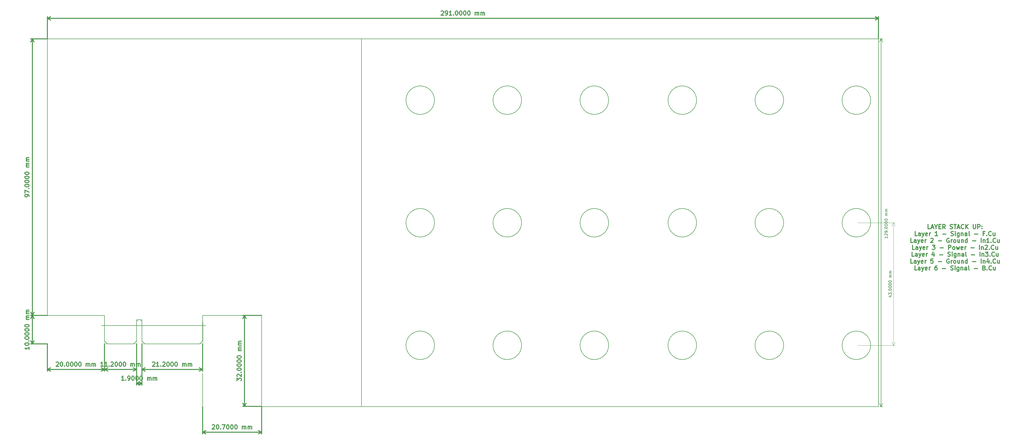
<source format=gbr>
G04 #@! TF.GenerationSoftware,KiCad,Pcbnew,6.0.7-f9a2dced07~116~ubuntu22.04.1*
G04 #@! TF.CreationDate,2023-05-31T10:56:11+01:00*
G04 #@! TF.ProjectId,hiltop_backplane_brd,68696c74-6f70-45f6-9261-636b706c616e,A*
G04 #@! TF.SameCoordinates,Original*
G04 #@! TF.FileFunction,OtherDrawing,Comment*
%FSLAX46Y46*%
G04 Gerber Fmt 4.6, Leading zero omitted, Abs format (unit mm)*
G04 Created by KiCad (PCBNEW 6.0.7-f9a2dced07~116~ubuntu22.04.1) date 2023-05-31 10:56:11*
%MOMM*%
%LPD*%
G01*
G04 APERTURE LIST*
%ADD10C,0.150000*%
G04 #@! TA.AperFunction,Profile*
%ADD11C,0.150000*%
G04 #@! TD*
%ADD12C,0.300000*%
%ADD13C,0.100000*%
G04 APERTURE END LIST*
D10*
X154300000Y-29200000D02*
X154300000Y-158200000D01*
X98600000Y-157700000D02*
X98600000Y-146500000D01*
X63200000Y-129800000D02*
X99700000Y-129800000D01*
D11*
X179840000Y-50700000D02*
G75*
G03*
X179840000Y-50700000I-5000000J0D01*
G01*
X210320000Y-50700000D02*
G75*
G03*
X210320000Y-50700000I-5000000J0D01*
G01*
X240800000Y-50700000D02*
G75*
G03*
X240800000Y-50700000I-5000000J0D01*
G01*
X210320000Y-93700000D02*
G75*
G03*
X210320000Y-93700000I-5000000J0D01*
G01*
X240800000Y-93700000D02*
G75*
G03*
X240800000Y-93700000I-5000000J0D01*
G01*
X179840000Y-136700000D02*
G75*
G03*
X179840000Y-136700000I-5000000J0D01*
G01*
X210320000Y-136700000D02*
G75*
G03*
X210320000Y-136700000I-5000000J0D01*
G01*
X240800000Y-136700000D02*
G75*
G03*
X240800000Y-136700000I-5000000J0D01*
G01*
X179840000Y-93700000D02*
G75*
G03*
X179840000Y-93700000I-5000000J0D01*
G01*
X271600000Y-136700000D02*
G75*
G03*
X271600000Y-136700000I-5000000J0D01*
G01*
X65300000Y-136200000D02*
X74500000Y-136200000D01*
X75500000Y-135200000D02*
X75500000Y-127700000D01*
X98600000Y-126200000D02*
X119300000Y-126200000D01*
X302080000Y-136700000D02*
G75*
G03*
X302080000Y-136700000I-5000000J0D01*
G01*
X332560000Y-93700000D02*
G75*
G03*
X332560000Y-93700000I-5000000J0D01*
G01*
X75500000Y-135200000D02*
X74500000Y-136200000D01*
X97600000Y-136200000D02*
X98600000Y-135200000D01*
X332560000Y-50700000D02*
G75*
G03*
X332560000Y-50700000I-5000000J0D01*
G01*
X271600000Y-50700000D02*
G75*
G03*
X271600000Y-50700000I-5000000J0D01*
G01*
X302080000Y-93700000D02*
G75*
G03*
X302080000Y-93700000I-5000000J0D01*
G01*
X44300000Y-29200000D02*
X335300000Y-29200000D01*
X64300000Y-135200000D02*
X64300000Y-126200000D01*
X271600000Y-93700000D02*
G75*
G03*
X271600000Y-93700000I-5000000J0D01*
G01*
X332560000Y-136700000D02*
G75*
G03*
X332560000Y-136700000I-5000000J0D01*
G01*
X77400000Y-135200000D02*
X78400000Y-136200000D01*
X119300000Y-136200000D02*
X119300000Y-158200000D01*
X44300000Y-126200000D02*
X44300000Y-29200000D01*
X119300000Y-126200000D02*
X119300000Y-136200000D01*
X78400000Y-136200000D02*
X97600000Y-136200000D01*
X64300000Y-135200000D02*
X65300000Y-136200000D01*
X75500000Y-127700000D02*
X77400000Y-127700000D01*
X98600000Y-135200000D02*
X98600000Y-127700000D01*
X335300000Y-29200000D02*
X335300000Y-158200000D01*
X302080000Y-50700000D02*
G75*
G03*
X302080000Y-50700000I-5000000J0D01*
G01*
X98600000Y-127700000D02*
X98600000Y-126200000D01*
X335300000Y-158200000D02*
X119300000Y-158200000D01*
X77400000Y-127700000D02*
X77400000Y-135200000D01*
X64300000Y-126200000D02*
X44300000Y-126200000D01*
D12*
X353385714Y-95833571D02*
X352671428Y-95833571D01*
X352671428Y-94333571D01*
X353814285Y-95405000D02*
X354528571Y-95405000D01*
X353671428Y-95833571D02*
X354171428Y-94333571D01*
X354671428Y-95833571D01*
X355457142Y-95119285D02*
X355457142Y-95833571D01*
X354957142Y-94333571D02*
X355457142Y-95119285D01*
X355957142Y-94333571D01*
X356457142Y-95047857D02*
X356957142Y-95047857D01*
X357171428Y-95833571D02*
X356457142Y-95833571D01*
X356457142Y-94333571D01*
X357171428Y-94333571D01*
X358671428Y-95833571D02*
X358171428Y-95119285D01*
X357814285Y-95833571D02*
X357814285Y-94333571D01*
X358385714Y-94333571D01*
X358528571Y-94405000D01*
X358600000Y-94476428D01*
X358671428Y-94619285D01*
X358671428Y-94833571D01*
X358600000Y-94976428D01*
X358528571Y-95047857D01*
X358385714Y-95119285D01*
X357814285Y-95119285D01*
X360385714Y-95762142D02*
X360600000Y-95833571D01*
X360957142Y-95833571D01*
X361100000Y-95762142D01*
X361171428Y-95690714D01*
X361242857Y-95547857D01*
X361242857Y-95405000D01*
X361171428Y-95262142D01*
X361100000Y-95190714D01*
X360957142Y-95119285D01*
X360671428Y-95047857D01*
X360528571Y-94976428D01*
X360457142Y-94905000D01*
X360385714Y-94762142D01*
X360385714Y-94619285D01*
X360457142Y-94476428D01*
X360528571Y-94405000D01*
X360671428Y-94333571D01*
X361028571Y-94333571D01*
X361242857Y-94405000D01*
X361671428Y-94333571D02*
X362528571Y-94333571D01*
X362100000Y-95833571D02*
X362100000Y-94333571D01*
X362957142Y-95405000D02*
X363671428Y-95405000D01*
X362814285Y-95833571D02*
X363314285Y-94333571D01*
X363814285Y-95833571D01*
X365171428Y-95690714D02*
X365100000Y-95762142D01*
X364885714Y-95833571D01*
X364742857Y-95833571D01*
X364528571Y-95762142D01*
X364385714Y-95619285D01*
X364314285Y-95476428D01*
X364242857Y-95190714D01*
X364242857Y-94976428D01*
X364314285Y-94690714D01*
X364385714Y-94547857D01*
X364528571Y-94405000D01*
X364742857Y-94333571D01*
X364885714Y-94333571D01*
X365100000Y-94405000D01*
X365171428Y-94476428D01*
X365814285Y-95833571D02*
X365814285Y-94333571D01*
X366671428Y-95833571D02*
X366028571Y-94976428D01*
X366671428Y-94333571D02*
X365814285Y-95190714D01*
X368457142Y-94333571D02*
X368457142Y-95547857D01*
X368528571Y-95690714D01*
X368600000Y-95762142D01*
X368742857Y-95833571D01*
X369028571Y-95833571D01*
X369171428Y-95762142D01*
X369242857Y-95690714D01*
X369314285Y-95547857D01*
X369314285Y-94333571D01*
X370028571Y-95833571D02*
X370028571Y-94333571D01*
X370600000Y-94333571D01*
X370742857Y-94405000D01*
X370814285Y-94476428D01*
X370885714Y-94619285D01*
X370885714Y-94833571D01*
X370814285Y-94976428D01*
X370742857Y-95047857D01*
X370600000Y-95119285D01*
X370028571Y-95119285D01*
X371528571Y-95690714D02*
X371600000Y-95762142D01*
X371528571Y-95833571D01*
X371457142Y-95762142D01*
X371528571Y-95690714D01*
X371528571Y-95833571D01*
X371528571Y-94905000D02*
X371600000Y-94976428D01*
X371528571Y-95047857D01*
X371457142Y-94976428D01*
X371528571Y-94905000D01*
X371528571Y-95047857D01*
X348850000Y-98248571D02*
X348135714Y-98248571D01*
X348135714Y-96748571D01*
X349992857Y-98248571D02*
X349992857Y-97462857D01*
X349921428Y-97320000D01*
X349778571Y-97248571D01*
X349492857Y-97248571D01*
X349350000Y-97320000D01*
X349992857Y-98177142D02*
X349850000Y-98248571D01*
X349492857Y-98248571D01*
X349350000Y-98177142D01*
X349278571Y-98034285D01*
X349278571Y-97891428D01*
X349350000Y-97748571D01*
X349492857Y-97677142D01*
X349850000Y-97677142D01*
X349992857Y-97605714D01*
X350564285Y-97248571D02*
X350921428Y-98248571D01*
X351278571Y-97248571D02*
X350921428Y-98248571D01*
X350778571Y-98605714D01*
X350707142Y-98677142D01*
X350564285Y-98748571D01*
X352421428Y-98177142D02*
X352278571Y-98248571D01*
X351992857Y-98248571D01*
X351850000Y-98177142D01*
X351778571Y-98034285D01*
X351778571Y-97462857D01*
X351850000Y-97320000D01*
X351992857Y-97248571D01*
X352278571Y-97248571D01*
X352421428Y-97320000D01*
X352492857Y-97462857D01*
X352492857Y-97605714D01*
X351778571Y-97748571D01*
X353135714Y-98248571D02*
X353135714Y-97248571D01*
X353135714Y-97534285D02*
X353207142Y-97391428D01*
X353278571Y-97320000D01*
X353421428Y-97248571D01*
X353564285Y-97248571D01*
X355992857Y-98248571D02*
X355135714Y-98248571D01*
X355564285Y-98248571D02*
X355564285Y-96748571D01*
X355421428Y-96962857D01*
X355278571Y-97105714D01*
X355135714Y-97177142D01*
X357778571Y-97677142D02*
X358921428Y-97677142D01*
X360707142Y-98177142D02*
X360921428Y-98248571D01*
X361278571Y-98248571D01*
X361421428Y-98177142D01*
X361492857Y-98105714D01*
X361564285Y-97962857D01*
X361564285Y-97820000D01*
X361492857Y-97677142D01*
X361421428Y-97605714D01*
X361278571Y-97534285D01*
X360992857Y-97462857D01*
X360850000Y-97391428D01*
X360778571Y-97320000D01*
X360707142Y-97177142D01*
X360707142Y-97034285D01*
X360778571Y-96891428D01*
X360850000Y-96820000D01*
X360992857Y-96748571D01*
X361350000Y-96748571D01*
X361564285Y-96820000D01*
X362207142Y-98248571D02*
X362207142Y-97248571D01*
X362207142Y-96748571D02*
X362135714Y-96820000D01*
X362207142Y-96891428D01*
X362278571Y-96820000D01*
X362207142Y-96748571D01*
X362207142Y-96891428D01*
X363564285Y-97248571D02*
X363564285Y-98462857D01*
X363492857Y-98605714D01*
X363421428Y-98677142D01*
X363278571Y-98748571D01*
X363064285Y-98748571D01*
X362921428Y-98677142D01*
X363564285Y-98177142D02*
X363421428Y-98248571D01*
X363135714Y-98248571D01*
X362992857Y-98177142D01*
X362921428Y-98105714D01*
X362850000Y-97962857D01*
X362850000Y-97534285D01*
X362921428Y-97391428D01*
X362992857Y-97320000D01*
X363135714Y-97248571D01*
X363421428Y-97248571D01*
X363564285Y-97320000D01*
X364278571Y-97248571D02*
X364278571Y-98248571D01*
X364278571Y-97391428D02*
X364350000Y-97320000D01*
X364492857Y-97248571D01*
X364707142Y-97248571D01*
X364850000Y-97320000D01*
X364921428Y-97462857D01*
X364921428Y-98248571D01*
X366278571Y-98248571D02*
X366278571Y-97462857D01*
X366207142Y-97320000D01*
X366064285Y-97248571D01*
X365778571Y-97248571D01*
X365635714Y-97320000D01*
X366278571Y-98177142D02*
X366135714Y-98248571D01*
X365778571Y-98248571D01*
X365635714Y-98177142D01*
X365564285Y-98034285D01*
X365564285Y-97891428D01*
X365635714Y-97748571D01*
X365778571Y-97677142D01*
X366135714Y-97677142D01*
X366278571Y-97605714D01*
X367207142Y-98248571D02*
X367064285Y-98177142D01*
X366992857Y-98034285D01*
X366992857Y-96748571D01*
X368921428Y-97677142D02*
X370064285Y-97677142D01*
X372421428Y-97462857D02*
X371921428Y-97462857D01*
X371921428Y-98248571D02*
X371921428Y-96748571D01*
X372635714Y-96748571D01*
X373207142Y-98105714D02*
X373278571Y-98177142D01*
X373207142Y-98248571D01*
X373135714Y-98177142D01*
X373207142Y-98105714D01*
X373207142Y-98248571D01*
X374778571Y-98105714D02*
X374707142Y-98177142D01*
X374492857Y-98248571D01*
X374350000Y-98248571D01*
X374135714Y-98177142D01*
X373992857Y-98034285D01*
X373921428Y-97891428D01*
X373850000Y-97605714D01*
X373850000Y-97391428D01*
X373921428Y-97105714D01*
X373992857Y-96962857D01*
X374135714Y-96820000D01*
X374350000Y-96748571D01*
X374492857Y-96748571D01*
X374707142Y-96820000D01*
X374778571Y-96891428D01*
X376064285Y-97248571D02*
X376064285Y-98248571D01*
X375421428Y-97248571D02*
X375421428Y-98034285D01*
X375492857Y-98177142D01*
X375635714Y-98248571D01*
X375850000Y-98248571D01*
X375992857Y-98177142D01*
X376064285Y-98105714D01*
X347314285Y-100663571D02*
X346600000Y-100663571D01*
X346600000Y-99163571D01*
X348457142Y-100663571D02*
X348457142Y-99877857D01*
X348385714Y-99735000D01*
X348242857Y-99663571D01*
X347957142Y-99663571D01*
X347814285Y-99735000D01*
X348457142Y-100592142D02*
X348314285Y-100663571D01*
X347957142Y-100663571D01*
X347814285Y-100592142D01*
X347742857Y-100449285D01*
X347742857Y-100306428D01*
X347814285Y-100163571D01*
X347957142Y-100092142D01*
X348314285Y-100092142D01*
X348457142Y-100020714D01*
X349028571Y-99663571D02*
X349385714Y-100663571D01*
X349742857Y-99663571D02*
X349385714Y-100663571D01*
X349242857Y-101020714D01*
X349171428Y-101092142D01*
X349028571Y-101163571D01*
X350885714Y-100592142D02*
X350742857Y-100663571D01*
X350457142Y-100663571D01*
X350314285Y-100592142D01*
X350242857Y-100449285D01*
X350242857Y-99877857D01*
X350314285Y-99735000D01*
X350457142Y-99663571D01*
X350742857Y-99663571D01*
X350885714Y-99735000D01*
X350957142Y-99877857D01*
X350957142Y-100020714D01*
X350242857Y-100163571D01*
X351600000Y-100663571D02*
X351600000Y-99663571D01*
X351600000Y-99949285D02*
X351671428Y-99806428D01*
X351742857Y-99735000D01*
X351885714Y-99663571D01*
X352028571Y-99663571D01*
X353600000Y-99306428D02*
X353671428Y-99235000D01*
X353814285Y-99163571D01*
X354171428Y-99163571D01*
X354314285Y-99235000D01*
X354385714Y-99306428D01*
X354457142Y-99449285D01*
X354457142Y-99592142D01*
X354385714Y-99806428D01*
X353528571Y-100663571D01*
X354457142Y-100663571D01*
X356242857Y-100092142D02*
X357385714Y-100092142D01*
X360028571Y-99235000D02*
X359885714Y-99163571D01*
X359671428Y-99163571D01*
X359457142Y-99235000D01*
X359314285Y-99377857D01*
X359242857Y-99520714D01*
X359171428Y-99806428D01*
X359171428Y-100020714D01*
X359242857Y-100306428D01*
X359314285Y-100449285D01*
X359457142Y-100592142D01*
X359671428Y-100663571D01*
X359814285Y-100663571D01*
X360028571Y-100592142D01*
X360100000Y-100520714D01*
X360100000Y-100020714D01*
X359814285Y-100020714D01*
X360742857Y-100663571D02*
X360742857Y-99663571D01*
X360742857Y-99949285D02*
X360814285Y-99806428D01*
X360885714Y-99735000D01*
X361028571Y-99663571D01*
X361171428Y-99663571D01*
X361885714Y-100663571D02*
X361742857Y-100592142D01*
X361671428Y-100520714D01*
X361600000Y-100377857D01*
X361600000Y-99949285D01*
X361671428Y-99806428D01*
X361742857Y-99735000D01*
X361885714Y-99663571D01*
X362100000Y-99663571D01*
X362242857Y-99735000D01*
X362314285Y-99806428D01*
X362385714Y-99949285D01*
X362385714Y-100377857D01*
X362314285Y-100520714D01*
X362242857Y-100592142D01*
X362100000Y-100663571D01*
X361885714Y-100663571D01*
X363671428Y-99663571D02*
X363671428Y-100663571D01*
X363028571Y-99663571D02*
X363028571Y-100449285D01*
X363100000Y-100592142D01*
X363242857Y-100663571D01*
X363457142Y-100663571D01*
X363600000Y-100592142D01*
X363671428Y-100520714D01*
X364385714Y-99663571D02*
X364385714Y-100663571D01*
X364385714Y-99806428D02*
X364457142Y-99735000D01*
X364600000Y-99663571D01*
X364814285Y-99663571D01*
X364957142Y-99735000D01*
X365028571Y-99877857D01*
X365028571Y-100663571D01*
X366385714Y-100663571D02*
X366385714Y-99163571D01*
X366385714Y-100592142D02*
X366242857Y-100663571D01*
X365957142Y-100663571D01*
X365814285Y-100592142D01*
X365742857Y-100520714D01*
X365671428Y-100377857D01*
X365671428Y-99949285D01*
X365742857Y-99806428D01*
X365814285Y-99735000D01*
X365957142Y-99663571D01*
X366242857Y-99663571D01*
X366385714Y-99735000D01*
X368242857Y-100092142D02*
X369385714Y-100092142D01*
X371242857Y-100663571D02*
X371242857Y-99163571D01*
X371957142Y-99663571D02*
X371957142Y-100663571D01*
X371957142Y-99806428D02*
X372028571Y-99735000D01*
X372171428Y-99663571D01*
X372385714Y-99663571D01*
X372528571Y-99735000D01*
X372600000Y-99877857D01*
X372600000Y-100663571D01*
X374100000Y-100663571D02*
X373242857Y-100663571D01*
X373671428Y-100663571D02*
X373671428Y-99163571D01*
X373528571Y-99377857D01*
X373385714Y-99520714D01*
X373242857Y-99592142D01*
X374742857Y-100520714D02*
X374814285Y-100592142D01*
X374742857Y-100663571D01*
X374671428Y-100592142D01*
X374742857Y-100520714D01*
X374742857Y-100663571D01*
X376314285Y-100520714D02*
X376242857Y-100592142D01*
X376028571Y-100663571D01*
X375885714Y-100663571D01*
X375671428Y-100592142D01*
X375528571Y-100449285D01*
X375457142Y-100306428D01*
X375385714Y-100020714D01*
X375385714Y-99806428D01*
X375457142Y-99520714D01*
X375528571Y-99377857D01*
X375671428Y-99235000D01*
X375885714Y-99163571D01*
X376028571Y-99163571D01*
X376242857Y-99235000D01*
X376314285Y-99306428D01*
X377600000Y-99663571D02*
X377600000Y-100663571D01*
X376957142Y-99663571D02*
X376957142Y-100449285D01*
X377028571Y-100592142D01*
X377171428Y-100663571D01*
X377385714Y-100663571D01*
X377528571Y-100592142D01*
X377600000Y-100520714D01*
X347921428Y-103078571D02*
X347207142Y-103078571D01*
X347207142Y-101578571D01*
X349064285Y-103078571D02*
X349064285Y-102292857D01*
X348992857Y-102150000D01*
X348850000Y-102078571D01*
X348564285Y-102078571D01*
X348421428Y-102150000D01*
X349064285Y-103007142D02*
X348921428Y-103078571D01*
X348564285Y-103078571D01*
X348421428Y-103007142D01*
X348350000Y-102864285D01*
X348350000Y-102721428D01*
X348421428Y-102578571D01*
X348564285Y-102507142D01*
X348921428Y-102507142D01*
X349064285Y-102435714D01*
X349635714Y-102078571D02*
X349992857Y-103078571D01*
X350350000Y-102078571D02*
X349992857Y-103078571D01*
X349850000Y-103435714D01*
X349778571Y-103507142D01*
X349635714Y-103578571D01*
X351492857Y-103007142D02*
X351350000Y-103078571D01*
X351064285Y-103078571D01*
X350921428Y-103007142D01*
X350850000Y-102864285D01*
X350850000Y-102292857D01*
X350921428Y-102150000D01*
X351064285Y-102078571D01*
X351350000Y-102078571D01*
X351492857Y-102150000D01*
X351564285Y-102292857D01*
X351564285Y-102435714D01*
X350850000Y-102578571D01*
X352207142Y-103078571D02*
X352207142Y-102078571D01*
X352207142Y-102364285D02*
X352278571Y-102221428D01*
X352350000Y-102150000D01*
X352492857Y-102078571D01*
X352635714Y-102078571D01*
X354135714Y-101578571D02*
X355064285Y-101578571D01*
X354564285Y-102150000D01*
X354778571Y-102150000D01*
X354921428Y-102221428D01*
X354992857Y-102292857D01*
X355064285Y-102435714D01*
X355064285Y-102792857D01*
X354992857Y-102935714D01*
X354921428Y-103007142D01*
X354778571Y-103078571D01*
X354350000Y-103078571D01*
X354207142Y-103007142D01*
X354135714Y-102935714D01*
X356850000Y-102507142D02*
X357992857Y-102507142D01*
X359850000Y-103078571D02*
X359850000Y-101578571D01*
X360421428Y-101578571D01*
X360564285Y-101650000D01*
X360635714Y-101721428D01*
X360707142Y-101864285D01*
X360707142Y-102078571D01*
X360635714Y-102221428D01*
X360564285Y-102292857D01*
X360421428Y-102364285D01*
X359850000Y-102364285D01*
X361564285Y-103078571D02*
X361421428Y-103007142D01*
X361350000Y-102935714D01*
X361278571Y-102792857D01*
X361278571Y-102364285D01*
X361350000Y-102221428D01*
X361421428Y-102150000D01*
X361564285Y-102078571D01*
X361778571Y-102078571D01*
X361921428Y-102150000D01*
X361992857Y-102221428D01*
X362064285Y-102364285D01*
X362064285Y-102792857D01*
X361992857Y-102935714D01*
X361921428Y-103007142D01*
X361778571Y-103078571D01*
X361564285Y-103078571D01*
X362564285Y-102078571D02*
X362850000Y-103078571D01*
X363135714Y-102364285D01*
X363421428Y-103078571D01*
X363707142Y-102078571D01*
X364850000Y-103007142D02*
X364707142Y-103078571D01*
X364421428Y-103078571D01*
X364278571Y-103007142D01*
X364207142Y-102864285D01*
X364207142Y-102292857D01*
X364278571Y-102150000D01*
X364421428Y-102078571D01*
X364707142Y-102078571D01*
X364850000Y-102150000D01*
X364921428Y-102292857D01*
X364921428Y-102435714D01*
X364207142Y-102578571D01*
X365564285Y-103078571D02*
X365564285Y-102078571D01*
X365564285Y-102364285D02*
X365635714Y-102221428D01*
X365707142Y-102150000D01*
X365850000Y-102078571D01*
X365992857Y-102078571D01*
X367635714Y-102507142D02*
X368778571Y-102507142D01*
X370635714Y-103078571D02*
X370635714Y-101578571D01*
X371350000Y-102078571D02*
X371350000Y-103078571D01*
X371350000Y-102221428D02*
X371421428Y-102150000D01*
X371564285Y-102078571D01*
X371778571Y-102078571D01*
X371921428Y-102150000D01*
X371992857Y-102292857D01*
X371992857Y-103078571D01*
X372635714Y-101721428D02*
X372707142Y-101650000D01*
X372850000Y-101578571D01*
X373207142Y-101578571D01*
X373350000Y-101650000D01*
X373421428Y-101721428D01*
X373492857Y-101864285D01*
X373492857Y-102007142D01*
X373421428Y-102221428D01*
X372564285Y-103078571D01*
X373492857Y-103078571D01*
X374135714Y-102935714D02*
X374207142Y-103007142D01*
X374135714Y-103078571D01*
X374064285Y-103007142D01*
X374135714Y-102935714D01*
X374135714Y-103078571D01*
X375707142Y-102935714D02*
X375635714Y-103007142D01*
X375421428Y-103078571D01*
X375278571Y-103078571D01*
X375064285Y-103007142D01*
X374921428Y-102864285D01*
X374850000Y-102721428D01*
X374778571Y-102435714D01*
X374778571Y-102221428D01*
X374850000Y-101935714D01*
X374921428Y-101792857D01*
X375064285Y-101650000D01*
X375278571Y-101578571D01*
X375421428Y-101578571D01*
X375635714Y-101650000D01*
X375707142Y-101721428D01*
X376992857Y-102078571D02*
X376992857Y-103078571D01*
X376350000Y-102078571D02*
X376350000Y-102864285D01*
X376421428Y-103007142D01*
X376564285Y-103078571D01*
X376778571Y-103078571D01*
X376921428Y-103007142D01*
X376992857Y-102935714D01*
X347742857Y-105493571D02*
X347028571Y-105493571D01*
X347028571Y-103993571D01*
X348885714Y-105493571D02*
X348885714Y-104707857D01*
X348814285Y-104565000D01*
X348671428Y-104493571D01*
X348385714Y-104493571D01*
X348242857Y-104565000D01*
X348885714Y-105422142D02*
X348742857Y-105493571D01*
X348385714Y-105493571D01*
X348242857Y-105422142D01*
X348171428Y-105279285D01*
X348171428Y-105136428D01*
X348242857Y-104993571D01*
X348385714Y-104922142D01*
X348742857Y-104922142D01*
X348885714Y-104850714D01*
X349457142Y-104493571D02*
X349814285Y-105493571D01*
X350171428Y-104493571D02*
X349814285Y-105493571D01*
X349671428Y-105850714D01*
X349600000Y-105922142D01*
X349457142Y-105993571D01*
X351314285Y-105422142D02*
X351171428Y-105493571D01*
X350885714Y-105493571D01*
X350742857Y-105422142D01*
X350671428Y-105279285D01*
X350671428Y-104707857D01*
X350742857Y-104565000D01*
X350885714Y-104493571D01*
X351171428Y-104493571D01*
X351314285Y-104565000D01*
X351385714Y-104707857D01*
X351385714Y-104850714D01*
X350671428Y-104993571D01*
X352028571Y-105493571D02*
X352028571Y-104493571D01*
X352028571Y-104779285D02*
X352100000Y-104636428D01*
X352171428Y-104565000D01*
X352314285Y-104493571D01*
X352457142Y-104493571D01*
X354742857Y-104493571D02*
X354742857Y-105493571D01*
X354385714Y-103922142D02*
X354028571Y-104993571D01*
X354957142Y-104993571D01*
X356671428Y-104922142D02*
X357814285Y-104922142D01*
X359600000Y-105422142D02*
X359814285Y-105493571D01*
X360171428Y-105493571D01*
X360314285Y-105422142D01*
X360385714Y-105350714D01*
X360457142Y-105207857D01*
X360457142Y-105065000D01*
X360385714Y-104922142D01*
X360314285Y-104850714D01*
X360171428Y-104779285D01*
X359885714Y-104707857D01*
X359742857Y-104636428D01*
X359671428Y-104565000D01*
X359600000Y-104422142D01*
X359600000Y-104279285D01*
X359671428Y-104136428D01*
X359742857Y-104065000D01*
X359885714Y-103993571D01*
X360242857Y-103993571D01*
X360457142Y-104065000D01*
X361100000Y-105493571D02*
X361100000Y-104493571D01*
X361100000Y-103993571D02*
X361028571Y-104065000D01*
X361100000Y-104136428D01*
X361171428Y-104065000D01*
X361100000Y-103993571D01*
X361100000Y-104136428D01*
X362457142Y-104493571D02*
X362457142Y-105707857D01*
X362385714Y-105850714D01*
X362314285Y-105922142D01*
X362171428Y-105993571D01*
X361957142Y-105993571D01*
X361814285Y-105922142D01*
X362457142Y-105422142D02*
X362314285Y-105493571D01*
X362028571Y-105493571D01*
X361885714Y-105422142D01*
X361814285Y-105350714D01*
X361742857Y-105207857D01*
X361742857Y-104779285D01*
X361814285Y-104636428D01*
X361885714Y-104565000D01*
X362028571Y-104493571D01*
X362314285Y-104493571D01*
X362457142Y-104565000D01*
X363171428Y-104493571D02*
X363171428Y-105493571D01*
X363171428Y-104636428D02*
X363242857Y-104565000D01*
X363385714Y-104493571D01*
X363600000Y-104493571D01*
X363742857Y-104565000D01*
X363814285Y-104707857D01*
X363814285Y-105493571D01*
X365171428Y-105493571D02*
X365171428Y-104707857D01*
X365100000Y-104565000D01*
X364957142Y-104493571D01*
X364671428Y-104493571D01*
X364528571Y-104565000D01*
X365171428Y-105422142D02*
X365028571Y-105493571D01*
X364671428Y-105493571D01*
X364528571Y-105422142D01*
X364457142Y-105279285D01*
X364457142Y-105136428D01*
X364528571Y-104993571D01*
X364671428Y-104922142D01*
X365028571Y-104922142D01*
X365171428Y-104850714D01*
X366100000Y-105493571D02*
X365957142Y-105422142D01*
X365885714Y-105279285D01*
X365885714Y-103993571D01*
X367814285Y-104922142D02*
X368957142Y-104922142D01*
X370814285Y-105493571D02*
X370814285Y-103993571D01*
X371528571Y-104493571D02*
X371528571Y-105493571D01*
X371528571Y-104636428D02*
X371600000Y-104565000D01*
X371742857Y-104493571D01*
X371957142Y-104493571D01*
X372100000Y-104565000D01*
X372171428Y-104707857D01*
X372171428Y-105493571D01*
X372742857Y-103993571D02*
X373671428Y-103993571D01*
X373171428Y-104565000D01*
X373385714Y-104565000D01*
X373528571Y-104636428D01*
X373600000Y-104707857D01*
X373671428Y-104850714D01*
X373671428Y-105207857D01*
X373600000Y-105350714D01*
X373528571Y-105422142D01*
X373385714Y-105493571D01*
X372957142Y-105493571D01*
X372814285Y-105422142D01*
X372742857Y-105350714D01*
X374314285Y-105350714D02*
X374385714Y-105422142D01*
X374314285Y-105493571D01*
X374242857Y-105422142D01*
X374314285Y-105350714D01*
X374314285Y-105493571D01*
X375885714Y-105350714D02*
X375814285Y-105422142D01*
X375600000Y-105493571D01*
X375457142Y-105493571D01*
X375242857Y-105422142D01*
X375100000Y-105279285D01*
X375028571Y-105136428D01*
X374957142Y-104850714D01*
X374957142Y-104636428D01*
X375028571Y-104350714D01*
X375100000Y-104207857D01*
X375242857Y-104065000D01*
X375457142Y-103993571D01*
X375600000Y-103993571D01*
X375814285Y-104065000D01*
X375885714Y-104136428D01*
X377171428Y-104493571D02*
X377171428Y-105493571D01*
X376528571Y-104493571D02*
X376528571Y-105279285D01*
X376600000Y-105422142D01*
X376742857Y-105493571D01*
X376957142Y-105493571D01*
X377100000Y-105422142D01*
X377171428Y-105350714D01*
X347314285Y-107908571D02*
X346600000Y-107908571D01*
X346600000Y-106408571D01*
X348457142Y-107908571D02*
X348457142Y-107122857D01*
X348385714Y-106980000D01*
X348242857Y-106908571D01*
X347957142Y-106908571D01*
X347814285Y-106980000D01*
X348457142Y-107837142D02*
X348314285Y-107908571D01*
X347957142Y-107908571D01*
X347814285Y-107837142D01*
X347742857Y-107694285D01*
X347742857Y-107551428D01*
X347814285Y-107408571D01*
X347957142Y-107337142D01*
X348314285Y-107337142D01*
X348457142Y-107265714D01*
X349028571Y-106908571D02*
X349385714Y-107908571D01*
X349742857Y-106908571D02*
X349385714Y-107908571D01*
X349242857Y-108265714D01*
X349171428Y-108337142D01*
X349028571Y-108408571D01*
X350885714Y-107837142D02*
X350742857Y-107908571D01*
X350457142Y-107908571D01*
X350314285Y-107837142D01*
X350242857Y-107694285D01*
X350242857Y-107122857D01*
X350314285Y-106980000D01*
X350457142Y-106908571D01*
X350742857Y-106908571D01*
X350885714Y-106980000D01*
X350957142Y-107122857D01*
X350957142Y-107265714D01*
X350242857Y-107408571D01*
X351600000Y-107908571D02*
X351600000Y-106908571D01*
X351600000Y-107194285D02*
X351671428Y-107051428D01*
X351742857Y-106980000D01*
X351885714Y-106908571D01*
X352028571Y-106908571D01*
X354385714Y-106408571D02*
X353671428Y-106408571D01*
X353600000Y-107122857D01*
X353671428Y-107051428D01*
X353814285Y-106980000D01*
X354171428Y-106980000D01*
X354314285Y-107051428D01*
X354385714Y-107122857D01*
X354457142Y-107265714D01*
X354457142Y-107622857D01*
X354385714Y-107765714D01*
X354314285Y-107837142D01*
X354171428Y-107908571D01*
X353814285Y-107908571D01*
X353671428Y-107837142D01*
X353600000Y-107765714D01*
X356242857Y-107337142D02*
X357385714Y-107337142D01*
X360028571Y-106480000D02*
X359885714Y-106408571D01*
X359671428Y-106408571D01*
X359457142Y-106480000D01*
X359314285Y-106622857D01*
X359242857Y-106765714D01*
X359171428Y-107051428D01*
X359171428Y-107265714D01*
X359242857Y-107551428D01*
X359314285Y-107694285D01*
X359457142Y-107837142D01*
X359671428Y-107908571D01*
X359814285Y-107908571D01*
X360028571Y-107837142D01*
X360100000Y-107765714D01*
X360100000Y-107265714D01*
X359814285Y-107265714D01*
X360742857Y-107908571D02*
X360742857Y-106908571D01*
X360742857Y-107194285D02*
X360814285Y-107051428D01*
X360885714Y-106980000D01*
X361028571Y-106908571D01*
X361171428Y-106908571D01*
X361885714Y-107908571D02*
X361742857Y-107837142D01*
X361671428Y-107765714D01*
X361600000Y-107622857D01*
X361600000Y-107194285D01*
X361671428Y-107051428D01*
X361742857Y-106980000D01*
X361885714Y-106908571D01*
X362100000Y-106908571D01*
X362242857Y-106980000D01*
X362314285Y-107051428D01*
X362385714Y-107194285D01*
X362385714Y-107622857D01*
X362314285Y-107765714D01*
X362242857Y-107837142D01*
X362100000Y-107908571D01*
X361885714Y-107908571D01*
X363671428Y-106908571D02*
X363671428Y-107908571D01*
X363028571Y-106908571D02*
X363028571Y-107694285D01*
X363100000Y-107837142D01*
X363242857Y-107908571D01*
X363457142Y-107908571D01*
X363600000Y-107837142D01*
X363671428Y-107765714D01*
X364385714Y-106908571D02*
X364385714Y-107908571D01*
X364385714Y-107051428D02*
X364457142Y-106980000D01*
X364600000Y-106908571D01*
X364814285Y-106908571D01*
X364957142Y-106980000D01*
X365028571Y-107122857D01*
X365028571Y-107908571D01*
X366385714Y-107908571D02*
X366385714Y-106408571D01*
X366385714Y-107837142D02*
X366242857Y-107908571D01*
X365957142Y-107908571D01*
X365814285Y-107837142D01*
X365742857Y-107765714D01*
X365671428Y-107622857D01*
X365671428Y-107194285D01*
X365742857Y-107051428D01*
X365814285Y-106980000D01*
X365957142Y-106908571D01*
X366242857Y-106908571D01*
X366385714Y-106980000D01*
X368242857Y-107337142D02*
X369385714Y-107337142D01*
X371242857Y-107908571D02*
X371242857Y-106408571D01*
X371957142Y-106908571D02*
X371957142Y-107908571D01*
X371957142Y-107051428D02*
X372028571Y-106980000D01*
X372171428Y-106908571D01*
X372385714Y-106908571D01*
X372528571Y-106980000D01*
X372600000Y-107122857D01*
X372600000Y-107908571D01*
X373957142Y-106908571D02*
X373957142Y-107908571D01*
X373600000Y-106337142D02*
X373242857Y-107408571D01*
X374171428Y-107408571D01*
X374742857Y-107765714D02*
X374814285Y-107837142D01*
X374742857Y-107908571D01*
X374671428Y-107837142D01*
X374742857Y-107765714D01*
X374742857Y-107908571D01*
X376314285Y-107765714D02*
X376242857Y-107837142D01*
X376028571Y-107908571D01*
X375885714Y-107908571D01*
X375671428Y-107837142D01*
X375528571Y-107694285D01*
X375457142Y-107551428D01*
X375385714Y-107265714D01*
X375385714Y-107051428D01*
X375457142Y-106765714D01*
X375528571Y-106622857D01*
X375671428Y-106480000D01*
X375885714Y-106408571D01*
X376028571Y-106408571D01*
X376242857Y-106480000D01*
X376314285Y-106551428D01*
X377600000Y-106908571D02*
X377600000Y-107908571D01*
X376957142Y-106908571D02*
X376957142Y-107694285D01*
X377028571Y-107837142D01*
X377171428Y-107908571D01*
X377385714Y-107908571D01*
X377528571Y-107837142D01*
X377600000Y-107765714D01*
X348742857Y-110323571D02*
X348028571Y-110323571D01*
X348028571Y-108823571D01*
X349885714Y-110323571D02*
X349885714Y-109537857D01*
X349814285Y-109395000D01*
X349671428Y-109323571D01*
X349385714Y-109323571D01*
X349242857Y-109395000D01*
X349885714Y-110252142D02*
X349742857Y-110323571D01*
X349385714Y-110323571D01*
X349242857Y-110252142D01*
X349171428Y-110109285D01*
X349171428Y-109966428D01*
X349242857Y-109823571D01*
X349385714Y-109752142D01*
X349742857Y-109752142D01*
X349885714Y-109680714D01*
X350457142Y-109323571D02*
X350814285Y-110323571D01*
X351171428Y-109323571D02*
X350814285Y-110323571D01*
X350671428Y-110680714D01*
X350600000Y-110752142D01*
X350457142Y-110823571D01*
X352314285Y-110252142D02*
X352171428Y-110323571D01*
X351885714Y-110323571D01*
X351742857Y-110252142D01*
X351671428Y-110109285D01*
X351671428Y-109537857D01*
X351742857Y-109395000D01*
X351885714Y-109323571D01*
X352171428Y-109323571D01*
X352314285Y-109395000D01*
X352385714Y-109537857D01*
X352385714Y-109680714D01*
X351671428Y-109823571D01*
X353028571Y-110323571D02*
X353028571Y-109323571D01*
X353028571Y-109609285D02*
X353100000Y-109466428D01*
X353171428Y-109395000D01*
X353314285Y-109323571D01*
X353457142Y-109323571D01*
X355742857Y-108823571D02*
X355457142Y-108823571D01*
X355314285Y-108895000D01*
X355242857Y-108966428D01*
X355100000Y-109180714D01*
X355028571Y-109466428D01*
X355028571Y-110037857D01*
X355100000Y-110180714D01*
X355171428Y-110252142D01*
X355314285Y-110323571D01*
X355600000Y-110323571D01*
X355742857Y-110252142D01*
X355814285Y-110180714D01*
X355885714Y-110037857D01*
X355885714Y-109680714D01*
X355814285Y-109537857D01*
X355742857Y-109466428D01*
X355600000Y-109395000D01*
X355314285Y-109395000D01*
X355171428Y-109466428D01*
X355100000Y-109537857D01*
X355028571Y-109680714D01*
X357671428Y-109752142D02*
X358814285Y-109752142D01*
X360600000Y-110252142D02*
X360814285Y-110323571D01*
X361171428Y-110323571D01*
X361314285Y-110252142D01*
X361385714Y-110180714D01*
X361457142Y-110037857D01*
X361457142Y-109895000D01*
X361385714Y-109752142D01*
X361314285Y-109680714D01*
X361171428Y-109609285D01*
X360885714Y-109537857D01*
X360742857Y-109466428D01*
X360671428Y-109395000D01*
X360600000Y-109252142D01*
X360600000Y-109109285D01*
X360671428Y-108966428D01*
X360742857Y-108895000D01*
X360885714Y-108823571D01*
X361242857Y-108823571D01*
X361457142Y-108895000D01*
X362100000Y-110323571D02*
X362100000Y-109323571D01*
X362100000Y-108823571D02*
X362028571Y-108895000D01*
X362100000Y-108966428D01*
X362171428Y-108895000D01*
X362100000Y-108823571D01*
X362100000Y-108966428D01*
X363457142Y-109323571D02*
X363457142Y-110537857D01*
X363385714Y-110680714D01*
X363314285Y-110752142D01*
X363171428Y-110823571D01*
X362957142Y-110823571D01*
X362814285Y-110752142D01*
X363457142Y-110252142D02*
X363314285Y-110323571D01*
X363028571Y-110323571D01*
X362885714Y-110252142D01*
X362814285Y-110180714D01*
X362742857Y-110037857D01*
X362742857Y-109609285D01*
X362814285Y-109466428D01*
X362885714Y-109395000D01*
X363028571Y-109323571D01*
X363314285Y-109323571D01*
X363457142Y-109395000D01*
X364171428Y-109323571D02*
X364171428Y-110323571D01*
X364171428Y-109466428D02*
X364242857Y-109395000D01*
X364385714Y-109323571D01*
X364600000Y-109323571D01*
X364742857Y-109395000D01*
X364814285Y-109537857D01*
X364814285Y-110323571D01*
X366171428Y-110323571D02*
X366171428Y-109537857D01*
X366100000Y-109395000D01*
X365957142Y-109323571D01*
X365671428Y-109323571D01*
X365528571Y-109395000D01*
X366171428Y-110252142D02*
X366028571Y-110323571D01*
X365671428Y-110323571D01*
X365528571Y-110252142D01*
X365457142Y-110109285D01*
X365457142Y-109966428D01*
X365528571Y-109823571D01*
X365671428Y-109752142D01*
X366028571Y-109752142D01*
X366171428Y-109680714D01*
X367100000Y-110323571D02*
X366957142Y-110252142D01*
X366885714Y-110109285D01*
X366885714Y-108823571D01*
X368814285Y-109752142D02*
X369957142Y-109752142D01*
X372314285Y-109537857D02*
X372528571Y-109609285D01*
X372600000Y-109680714D01*
X372671428Y-109823571D01*
X372671428Y-110037857D01*
X372600000Y-110180714D01*
X372528571Y-110252142D01*
X372385714Y-110323571D01*
X371814285Y-110323571D01*
X371814285Y-108823571D01*
X372314285Y-108823571D01*
X372457142Y-108895000D01*
X372528571Y-108966428D01*
X372600000Y-109109285D01*
X372600000Y-109252142D01*
X372528571Y-109395000D01*
X372457142Y-109466428D01*
X372314285Y-109537857D01*
X371814285Y-109537857D01*
X373314285Y-110180714D02*
X373385714Y-110252142D01*
X373314285Y-110323571D01*
X373242857Y-110252142D01*
X373314285Y-110180714D01*
X373314285Y-110323571D01*
X374885714Y-110180714D02*
X374814285Y-110252142D01*
X374600000Y-110323571D01*
X374457142Y-110323571D01*
X374242857Y-110252142D01*
X374100000Y-110109285D01*
X374028571Y-109966428D01*
X373957142Y-109680714D01*
X373957142Y-109466428D01*
X374028571Y-109180714D01*
X374100000Y-109037857D01*
X374242857Y-108895000D01*
X374457142Y-108823571D01*
X374600000Y-108823571D01*
X374814285Y-108895000D01*
X374885714Y-108966428D01*
X376171428Y-109323571D02*
X376171428Y-110323571D01*
X375528571Y-109323571D02*
X375528571Y-110109285D01*
X375600000Y-110252142D01*
X375742857Y-110323571D01*
X375957142Y-110323571D01*
X376100000Y-110252142D01*
X376171428Y-110180714D01*
X102021428Y-164746677D02*
X102092857Y-164675249D01*
X102235714Y-164603820D01*
X102592857Y-164603820D01*
X102735714Y-164675249D01*
X102807142Y-164746677D01*
X102878571Y-164889534D01*
X102878571Y-165032391D01*
X102807142Y-165246677D01*
X101950000Y-166103820D01*
X102878571Y-166103820D01*
X103807142Y-164603820D02*
X103950000Y-164603820D01*
X104092857Y-164675249D01*
X104164285Y-164746677D01*
X104235714Y-164889534D01*
X104307142Y-165175249D01*
X104307142Y-165532391D01*
X104235714Y-165818106D01*
X104164285Y-165960963D01*
X104092857Y-166032391D01*
X103950000Y-166103820D01*
X103807142Y-166103820D01*
X103664285Y-166032391D01*
X103592857Y-165960963D01*
X103521428Y-165818106D01*
X103450000Y-165532391D01*
X103450000Y-165175249D01*
X103521428Y-164889534D01*
X103592857Y-164746677D01*
X103664285Y-164675249D01*
X103807142Y-164603820D01*
X104950000Y-165960963D02*
X105021428Y-166032391D01*
X104950000Y-166103820D01*
X104878571Y-166032391D01*
X104950000Y-165960963D01*
X104950000Y-166103820D01*
X105521428Y-164603820D02*
X106521428Y-164603820D01*
X105878571Y-166103820D01*
X107378571Y-164603820D02*
X107521428Y-164603820D01*
X107664285Y-164675249D01*
X107735714Y-164746677D01*
X107807142Y-164889534D01*
X107878571Y-165175249D01*
X107878571Y-165532391D01*
X107807142Y-165818106D01*
X107735714Y-165960963D01*
X107664285Y-166032391D01*
X107521428Y-166103820D01*
X107378571Y-166103820D01*
X107235714Y-166032391D01*
X107164285Y-165960963D01*
X107092857Y-165818106D01*
X107021428Y-165532391D01*
X107021428Y-165175249D01*
X107092857Y-164889534D01*
X107164285Y-164746677D01*
X107235714Y-164675249D01*
X107378571Y-164603820D01*
X108807142Y-164603820D02*
X108950000Y-164603820D01*
X109092857Y-164675249D01*
X109164285Y-164746677D01*
X109235714Y-164889534D01*
X109307142Y-165175249D01*
X109307142Y-165532391D01*
X109235714Y-165818106D01*
X109164285Y-165960963D01*
X109092857Y-166032391D01*
X108950000Y-166103820D01*
X108807142Y-166103820D01*
X108664285Y-166032391D01*
X108592857Y-165960963D01*
X108521428Y-165818106D01*
X108450000Y-165532391D01*
X108450000Y-165175249D01*
X108521428Y-164889534D01*
X108592857Y-164746677D01*
X108664285Y-164675249D01*
X108807142Y-164603820D01*
X110235714Y-164603820D02*
X110378571Y-164603820D01*
X110521428Y-164675249D01*
X110592857Y-164746677D01*
X110664285Y-164889534D01*
X110735714Y-165175249D01*
X110735714Y-165532391D01*
X110664285Y-165818106D01*
X110592857Y-165960963D01*
X110521428Y-166032391D01*
X110378571Y-166103820D01*
X110235714Y-166103820D01*
X110092857Y-166032391D01*
X110021428Y-165960963D01*
X109950000Y-165818106D01*
X109878571Y-165532391D01*
X109878571Y-165175249D01*
X109950000Y-164889534D01*
X110021428Y-164746677D01*
X110092857Y-164675249D01*
X110235714Y-164603820D01*
X112521428Y-166103820D02*
X112521428Y-165103820D01*
X112521428Y-165246677D02*
X112592857Y-165175249D01*
X112735714Y-165103820D01*
X112950000Y-165103820D01*
X113092857Y-165175249D01*
X113164285Y-165318106D01*
X113164285Y-166103820D01*
X113164285Y-165318106D02*
X113235714Y-165175249D01*
X113378571Y-165103820D01*
X113592857Y-165103820D01*
X113735714Y-165175249D01*
X113807142Y-165318106D01*
X113807142Y-166103820D01*
X114521428Y-166103820D02*
X114521428Y-165103820D01*
X114521428Y-165246677D02*
X114592857Y-165175249D01*
X114735714Y-165103820D01*
X114950000Y-165103820D01*
X115092857Y-165175249D01*
X115164285Y-165318106D01*
X115164285Y-166103820D01*
X115164285Y-165318106D02*
X115235714Y-165175249D01*
X115378571Y-165103820D01*
X115592857Y-165103820D01*
X115735714Y-165175249D01*
X115807142Y-165318106D01*
X115807142Y-166103820D01*
X119300000Y-158125249D02*
X119300000Y-167811669D01*
X98600000Y-158125249D02*
X98600000Y-167811669D01*
X119300000Y-167225249D02*
X98600000Y-167225249D01*
X119300000Y-167225249D02*
X98600000Y-167225249D01*
X119300000Y-167225249D02*
X118173496Y-166638828D01*
X119300000Y-167225249D02*
X118173496Y-167811670D01*
X98600000Y-167225249D02*
X99726504Y-167811670D01*
X98600000Y-167225249D02*
X99726504Y-166638828D01*
X63828571Y-144078571D02*
X62971428Y-144078571D01*
X63400000Y-144078571D02*
X63400000Y-142578571D01*
X63257142Y-142792857D01*
X63114285Y-142935714D01*
X62971428Y-143007142D01*
X65257142Y-144078571D02*
X64400000Y-144078571D01*
X64828571Y-144078571D02*
X64828571Y-142578571D01*
X64685714Y-142792857D01*
X64542857Y-142935714D01*
X64400000Y-143007142D01*
X65900000Y-143935714D02*
X65971428Y-144007142D01*
X65900000Y-144078571D01*
X65828571Y-144007142D01*
X65900000Y-143935714D01*
X65900000Y-144078571D01*
X66542857Y-142721428D02*
X66614285Y-142650000D01*
X66757142Y-142578571D01*
X67114285Y-142578571D01*
X67257142Y-142650000D01*
X67328571Y-142721428D01*
X67400000Y-142864285D01*
X67400000Y-143007142D01*
X67328571Y-143221428D01*
X66471428Y-144078571D01*
X67400000Y-144078571D01*
X68328571Y-142578571D02*
X68471428Y-142578571D01*
X68614285Y-142650000D01*
X68685714Y-142721428D01*
X68757142Y-142864285D01*
X68828571Y-143150000D01*
X68828571Y-143507142D01*
X68757142Y-143792857D01*
X68685714Y-143935714D01*
X68614285Y-144007142D01*
X68471428Y-144078571D01*
X68328571Y-144078571D01*
X68185714Y-144007142D01*
X68114285Y-143935714D01*
X68042857Y-143792857D01*
X67971428Y-143507142D01*
X67971428Y-143150000D01*
X68042857Y-142864285D01*
X68114285Y-142721428D01*
X68185714Y-142650000D01*
X68328571Y-142578571D01*
X69757142Y-142578571D02*
X69900000Y-142578571D01*
X70042857Y-142650000D01*
X70114285Y-142721428D01*
X70185714Y-142864285D01*
X70257142Y-143150000D01*
X70257142Y-143507142D01*
X70185714Y-143792857D01*
X70114285Y-143935714D01*
X70042857Y-144007142D01*
X69900000Y-144078571D01*
X69757142Y-144078571D01*
X69614285Y-144007142D01*
X69542857Y-143935714D01*
X69471428Y-143792857D01*
X69400000Y-143507142D01*
X69400000Y-143150000D01*
X69471428Y-142864285D01*
X69542857Y-142721428D01*
X69614285Y-142650000D01*
X69757142Y-142578571D01*
X71185714Y-142578571D02*
X71328571Y-142578571D01*
X71471428Y-142650000D01*
X71542857Y-142721428D01*
X71614285Y-142864285D01*
X71685714Y-143150000D01*
X71685714Y-143507142D01*
X71614285Y-143792857D01*
X71542857Y-143935714D01*
X71471428Y-144007142D01*
X71328571Y-144078571D01*
X71185714Y-144078571D01*
X71042857Y-144007142D01*
X70971428Y-143935714D01*
X70900000Y-143792857D01*
X70828571Y-143507142D01*
X70828571Y-143150000D01*
X70900000Y-142864285D01*
X70971428Y-142721428D01*
X71042857Y-142650000D01*
X71185714Y-142578571D01*
X73471428Y-144078571D02*
X73471428Y-143078571D01*
X73471428Y-143221428D02*
X73542857Y-143150000D01*
X73685714Y-143078571D01*
X73900000Y-143078571D01*
X74042857Y-143150000D01*
X74114285Y-143292857D01*
X74114285Y-144078571D01*
X74114285Y-143292857D02*
X74185714Y-143150000D01*
X74328571Y-143078571D01*
X74542857Y-143078571D01*
X74685714Y-143150000D01*
X74757142Y-143292857D01*
X74757142Y-144078571D01*
X75471428Y-144078571D02*
X75471428Y-143078571D01*
X75471428Y-143221428D02*
X75542857Y-143150000D01*
X75685714Y-143078571D01*
X75900000Y-143078571D01*
X76042857Y-143150000D01*
X76114285Y-143292857D01*
X76114285Y-144078571D01*
X76114285Y-143292857D02*
X76185714Y-143150000D01*
X76328571Y-143078571D01*
X76542857Y-143078571D01*
X76685714Y-143150000D01*
X76757142Y-143292857D01*
X76757142Y-144078571D01*
X75500000Y-136200000D02*
X75500000Y-145786420D01*
X64300000Y-136200000D02*
X64300000Y-145786420D01*
X75500000Y-145200000D02*
X64300000Y-145200000D01*
X75500000Y-145200000D02*
X64300000Y-145200000D01*
X75500000Y-145200000D02*
X74373496Y-144613579D01*
X75500000Y-145200000D02*
X74373496Y-145786421D01*
X64300000Y-145200000D02*
X65426504Y-145786421D01*
X64300000Y-145200000D02*
X65426504Y-144613579D01*
X37878571Y-137271428D02*
X37878571Y-138128571D01*
X37878571Y-137700000D02*
X36378571Y-137700000D01*
X36592857Y-137842857D01*
X36735714Y-137985714D01*
X36807142Y-138128571D01*
X36378571Y-136342857D02*
X36378571Y-136200000D01*
X36450000Y-136057142D01*
X36521428Y-135985714D01*
X36664285Y-135914285D01*
X36950000Y-135842857D01*
X37307142Y-135842857D01*
X37592857Y-135914285D01*
X37735714Y-135985714D01*
X37807142Y-136057142D01*
X37878571Y-136200000D01*
X37878571Y-136342857D01*
X37807142Y-136485714D01*
X37735714Y-136557142D01*
X37592857Y-136628571D01*
X37307142Y-136700000D01*
X36950000Y-136700000D01*
X36664285Y-136628571D01*
X36521428Y-136557142D01*
X36450000Y-136485714D01*
X36378571Y-136342857D01*
X37735714Y-135200000D02*
X37807142Y-135128571D01*
X37878571Y-135200000D01*
X37807142Y-135271428D01*
X37735714Y-135200000D01*
X37878571Y-135200000D01*
X36378571Y-134200000D02*
X36378571Y-134057142D01*
X36450000Y-133914285D01*
X36521428Y-133842857D01*
X36664285Y-133771428D01*
X36950000Y-133700000D01*
X37307142Y-133700000D01*
X37592857Y-133771428D01*
X37735714Y-133842857D01*
X37807142Y-133914285D01*
X37878571Y-134057142D01*
X37878571Y-134200000D01*
X37807142Y-134342857D01*
X37735714Y-134414285D01*
X37592857Y-134485714D01*
X37307142Y-134557142D01*
X36950000Y-134557142D01*
X36664285Y-134485714D01*
X36521428Y-134414285D01*
X36450000Y-134342857D01*
X36378571Y-134200000D01*
X36378571Y-132771428D02*
X36378571Y-132628571D01*
X36450000Y-132485714D01*
X36521428Y-132414285D01*
X36664285Y-132342857D01*
X36950000Y-132271428D01*
X37307142Y-132271428D01*
X37592857Y-132342857D01*
X37735714Y-132414285D01*
X37807142Y-132485714D01*
X37878571Y-132628571D01*
X37878571Y-132771428D01*
X37807142Y-132914285D01*
X37735714Y-132985714D01*
X37592857Y-133057142D01*
X37307142Y-133128571D01*
X36950000Y-133128571D01*
X36664285Y-133057142D01*
X36521428Y-132985714D01*
X36450000Y-132914285D01*
X36378571Y-132771428D01*
X36378571Y-131342857D02*
X36378571Y-131200000D01*
X36450000Y-131057142D01*
X36521428Y-130985714D01*
X36664285Y-130914285D01*
X36950000Y-130842857D01*
X37307142Y-130842857D01*
X37592857Y-130914285D01*
X37735714Y-130985714D01*
X37807142Y-131057142D01*
X37878571Y-131200000D01*
X37878571Y-131342857D01*
X37807142Y-131485714D01*
X37735714Y-131557142D01*
X37592857Y-131628571D01*
X37307142Y-131700000D01*
X36950000Y-131700000D01*
X36664285Y-131628571D01*
X36521428Y-131557142D01*
X36450000Y-131485714D01*
X36378571Y-131342857D01*
X36378571Y-129914285D02*
X36378571Y-129771428D01*
X36450000Y-129628571D01*
X36521428Y-129557142D01*
X36664285Y-129485714D01*
X36950000Y-129414285D01*
X37307142Y-129414285D01*
X37592857Y-129485714D01*
X37735714Y-129557142D01*
X37807142Y-129628571D01*
X37878571Y-129771428D01*
X37878571Y-129914285D01*
X37807142Y-130057142D01*
X37735714Y-130128571D01*
X37592857Y-130200000D01*
X37307142Y-130271428D01*
X36950000Y-130271428D01*
X36664285Y-130200000D01*
X36521428Y-130128571D01*
X36450000Y-130057142D01*
X36378571Y-129914285D01*
X37878571Y-127628571D02*
X36878571Y-127628571D01*
X37021428Y-127628571D02*
X36950000Y-127557142D01*
X36878571Y-127414285D01*
X36878571Y-127200000D01*
X36950000Y-127057142D01*
X37092857Y-126985714D01*
X37878571Y-126985714D01*
X37092857Y-126985714D02*
X36950000Y-126914285D01*
X36878571Y-126771428D01*
X36878571Y-126557142D01*
X36950000Y-126414285D01*
X37092857Y-126342857D01*
X37878571Y-126342857D01*
X37878571Y-125628571D02*
X36878571Y-125628571D01*
X37021428Y-125628571D02*
X36950000Y-125557142D01*
X36878571Y-125414285D01*
X36878571Y-125200000D01*
X36950000Y-125057142D01*
X37092857Y-124985714D01*
X37878571Y-124985714D01*
X37092857Y-124985714D02*
X36950000Y-124914285D01*
X36878571Y-124771428D01*
X36878571Y-124557142D01*
X36950000Y-124414285D01*
X37092857Y-124342857D01*
X37878571Y-124342857D01*
X44300000Y-136200000D02*
X38413580Y-136200000D01*
X44300000Y-126200000D02*
X38413580Y-126200000D01*
X39000000Y-136200000D02*
X39000000Y-126200000D01*
X39000000Y-136200000D02*
X39000000Y-126200000D01*
X39000000Y-136200000D02*
X39586421Y-135073496D01*
X39000000Y-136200000D02*
X38413579Y-135073496D01*
X39000000Y-126200000D02*
X38413579Y-127326504D01*
X39000000Y-126200000D02*
X39586421Y-127326504D01*
X37878572Y-84485714D02*
X37878572Y-84200000D01*
X37807143Y-84057142D01*
X37735715Y-83985714D01*
X37521429Y-83842857D01*
X37235715Y-83771428D01*
X36664286Y-83771428D01*
X36521429Y-83842857D01*
X36450001Y-83914285D01*
X36378572Y-84057142D01*
X36378572Y-84342857D01*
X36450001Y-84485714D01*
X36521429Y-84557142D01*
X36664286Y-84628571D01*
X37021429Y-84628571D01*
X37164286Y-84557142D01*
X37235715Y-84485714D01*
X37307143Y-84342857D01*
X37307143Y-84057142D01*
X37235715Y-83914285D01*
X37164286Y-83842857D01*
X37021429Y-83771428D01*
X36378572Y-83271428D02*
X36378572Y-82271428D01*
X37878572Y-82914285D01*
X37735715Y-81700000D02*
X37807143Y-81628571D01*
X37878572Y-81700000D01*
X37807143Y-81771428D01*
X37735715Y-81700000D01*
X37878572Y-81700000D01*
X36378572Y-80700000D02*
X36378572Y-80557142D01*
X36450001Y-80414285D01*
X36521429Y-80342857D01*
X36664286Y-80271428D01*
X36950001Y-80200000D01*
X37307143Y-80200000D01*
X37592858Y-80271428D01*
X37735715Y-80342857D01*
X37807143Y-80414285D01*
X37878572Y-80557142D01*
X37878572Y-80700000D01*
X37807143Y-80842857D01*
X37735715Y-80914285D01*
X37592858Y-80985714D01*
X37307143Y-81057142D01*
X36950001Y-81057142D01*
X36664286Y-80985714D01*
X36521429Y-80914285D01*
X36450001Y-80842857D01*
X36378572Y-80700000D01*
X36378572Y-79271428D02*
X36378572Y-79128571D01*
X36450001Y-78985714D01*
X36521429Y-78914285D01*
X36664286Y-78842857D01*
X36950001Y-78771428D01*
X37307143Y-78771428D01*
X37592858Y-78842857D01*
X37735715Y-78914285D01*
X37807143Y-78985714D01*
X37878572Y-79128571D01*
X37878572Y-79271428D01*
X37807143Y-79414285D01*
X37735715Y-79485714D01*
X37592858Y-79557142D01*
X37307143Y-79628571D01*
X36950001Y-79628571D01*
X36664286Y-79557142D01*
X36521429Y-79485714D01*
X36450001Y-79414285D01*
X36378572Y-79271428D01*
X36378572Y-77842857D02*
X36378572Y-77700000D01*
X36450001Y-77557142D01*
X36521429Y-77485714D01*
X36664286Y-77414285D01*
X36950001Y-77342857D01*
X37307143Y-77342857D01*
X37592858Y-77414285D01*
X37735715Y-77485714D01*
X37807143Y-77557142D01*
X37878572Y-77700000D01*
X37878572Y-77842857D01*
X37807143Y-77985714D01*
X37735715Y-78057142D01*
X37592858Y-78128571D01*
X37307143Y-78200000D01*
X36950001Y-78200000D01*
X36664286Y-78128571D01*
X36521429Y-78057142D01*
X36450001Y-77985714D01*
X36378572Y-77842857D01*
X36378572Y-76414285D02*
X36378572Y-76271428D01*
X36450001Y-76128571D01*
X36521429Y-76057142D01*
X36664286Y-75985714D01*
X36950001Y-75914285D01*
X37307143Y-75914285D01*
X37592858Y-75985714D01*
X37735715Y-76057142D01*
X37807143Y-76128571D01*
X37878572Y-76271428D01*
X37878572Y-76414285D01*
X37807143Y-76557142D01*
X37735715Y-76628571D01*
X37592858Y-76700000D01*
X37307143Y-76771428D01*
X36950001Y-76771428D01*
X36664286Y-76700000D01*
X36521429Y-76628571D01*
X36450001Y-76557142D01*
X36378572Y-76414285D01*
X37878572Y-74128571D02*
X36878572Y-74128571D01*
X37021429Y-74128571D02*
X36950001Y-74057142D01*
X36878572Y-73914285D01*
X36878572Y-73700000D01*
X36950001Y-73557142D01*
X37092858Y-73485714D01*
X37878572Y-73485714D01*
X37092858Y-73485714D02*
X36950001Y-73414285D01*
X36878572Y-73271428D01*
X36878572Y-73057142D01*
X36950001Y-72914285D01*
X37092858Y-72842857D01*
X37878572Y-72842857D01*
X37878572Y-72128571D02*
X36878572Y-72128571D01*
X37021429Y-72128571D02*
X36950001Y-72057142D01*
X36878572Y-71914285D01*
X36878572Y-71700000D01*
X36950001Y-71557142D01*
X37092858Y-71485714D01*
X37878572Y-71485714D01*
X37092858Y-71485714D02*
X36950001Y-71414285D01*
X36878572Y-71271428D01*
X36878572Y-71057142D01*
X36950001Y-70914285D01*
X37092858Y-70842857D01*
X37878572Y-70842857D01*
X44300000Y-126200000D02*
X38413581Y-126200000D01*
X44300000Y-29200000D02*
X38413581Y-29200000D01*
X39000001Y-126200000D02*
X39000001Y-29200000D01*
X39000001Y-126200000D02*
X39000001Y-29200000D01*
X39000001Y-126200000D02*
X39586422Y-125073496D01*
X39000001Y-126200000D02*
X38413580Y-125073496D01*
X39000001Y-29200000D02*
X38413580Y-30326504D01*
X39000001Y-29200000D02*
X39586422Y-30326504D01*
X110682051Y-149173397D02*
X110682051Y-148244825D01*
X111253480Y-148744825D01*
X111253480Y-148530539D01*
X111324908Y-148387682D01*
X111396337Y-148316254D01*
X111539194Y-148244825D01*
X111896337Y-148244825D01*
X112039194Y-148316254D01*
X112110622Y-148387682D01*
X112182051Y-148530539D01*
X112182051Y-148959111D01*
X112110622Y-149101968D01*
X112039194Y-149173397D01*
X110824908Y-147673397D02*
X110753480Y-147601968D01*
X110682051Y-147459111D01*
X110682051Y-147101968D01*
X110753480Y-146959111D01*
X110824908Y-146887682D01*
X110967765Y-146816254D01*
X111110622Y-146816254D01*
X111324908Y-146887682D01*
X112182051Y-147744825D01*
X112182051Y-146816254D01*
X112039194Y-146173397D02*
X112110622Y-146101968D01*
X112182051Y-146173397D01*
X112110622Y-146244825D01*
X112039194Y-146173397D01*
X112182051Y-146173397D01*
X110682051Y-145173397D02*
X110682051Y-145030539D01*
X110753480Y-144887682D01*
X110824908Y-144816254D01*
X110967765Y-144744825D01*
X111253480Y-144673397D01*
X111610622Y-144673397D01*
X111896337Y-144744825D01*
X112039194Y-144816254D01*
X112110622Y-144887682D01*
X112182051Y-145030539D01*
X112182051Y-145173397D01*
X112110622Y-145316254D01*
X112039194Y-145387682D01*
X111896337Y-145459111D01*
X111610622Y-145530539D01*
X111253480Y-145530539D01*
X110967765Y-145459111D01*
X110824908Y-145387682D01*
X110753480Y-145316254D01*
X110682051Y-145173397D01*
X110682051Y-143744825D02*
X110682051Y-143601968D01*
X110753480Y-143459111D01*
X110824908Y-143387682D01*
X110967765Y-143316254D01*
X111253480Y-143244825D01*
X111610622Y-143244825D01*
X111896337Y-143316254D01*
X112039194Y-143387682D01*
X112110622Y-143459111D01*
X112182051Y-143601968D01*
X112182051Y-143744825D01*
X112110622Y-143887682D01*
X112039194Y-143959111D01*
X111896337Y-144030539D01*
X111610622Y-144101968D01*
X111253480Y-144101968D01*
X110967765Y-144030539D01*
X110824908Y-143959111D01*
X110753480Y-143887682D01*
X110682051Y-143744825D01*
X110682051Y-142316254D02*
X110682051Y-142173397D01*
X110753480Y-142030539D01*
X110824908Y-141959111D01*
X110967765Y-141887682D01*
X111253480Y-141816254D01*
X111610622Y-141816254D01*
X111896337Y-141887682D01*
X112039194Y-141959111D01*
X112110622Y-142030539D01*
X112182051Y-142173397D01*
X112182051Y-142316254D01*
X112110622Y-142459111D01*
X112039194Y-142530539D01*
X111896337Y-142601968D01*
X111610622Y-142673397D01*
X111253480Y-142673397D01*
X110967765Y-142601968D01*
X110824908Y-142530539D01*
X110753480Y-142459111D01*
X110682051Y-142316254D01*
X110682051Y-140887682D02*
X110682051Y-140744825D01*
X110753480Y-140601968D01*
X110824908Y-140530539D01*
X110967765Y-140459111D01*
X111253480Y-140387682D01*
X111610622Y-140387682D01*
X111896337Y-140459111D01*
X112039194Y-140530539D01*
X112110622Y-140601968D01*
X112182051Y-140744825D01*
X112182051Y-140887682D01*
X112110622Y-141030539D01*
X112039194Y-141101968D01*
X111896337Y-141173397D01*
X111610622Y-141244825D01*
X111253480Y-141244825D01*
X110967765Y-141173397D01*
X110824908Y-141101968D01*
X110753480Y-141030539D01*
X110682051Y-140887682D01*
X112182051Y-138601968D02*
X111182051Y-138601968D01*
X111324908Y-138601968D02*
X111253480Y-138530539D01*
X111182051Y-138387682D01*
X111182051Y-138173397D01*
X111253480Y-138030539D01*
X111396337Y-137959111D01*
X112182051Y-137959111D01*
X111396337Y-137959111D02*
X111253480Y-137887682D01*
X111182051Y-137744825D01*
X111182051Y-137530539D01*
X111253480Y-137387682D01*
X111396337Y-137316254D01*
X112182051Y-137316254D01*
X112182051Y-136601968D02*
X111182051Y-136601968D01*
X111324908Y-136601968D02*
X111253480Y-136530539D01*
X111182051Y-136387682D01*
X111182051Y-136173397D01*
X111253480Y-136030539D01*
X111396337Y-135959111D01*
X112182051Y-135959111D01*
X111396337Y-135959111D02*
X111253480Y-135887682D01*
X111182051Y-135744825D01*
X111182051Y-135530539D01*
X111253480Y-135387682D01*
X111396337Y-135316254D01*
X112182051Y-135316254D01*
X119303480Y-126173397D02*
X112717060Y-126173397D01*
X119303480Y-158173397D02*
X112717060Y-158173397D01*
X113303480Y-126173397D02*
X113303480Y-158173397D01*
X113303480Y-126173397D02*
X113303480Y-158173397D01*
X113303480Y-126173397D02*
X112717059Y-127299901D01*
X113303480Y-126173397D02*
X113889901Y-127299901D01*
X113303480Y-158173397D02*
X113889901Y-157046893D01*
X113303480Y-158173397D02*
X112717059Y-157046893D01*
X81071428Y-142721428D02*
X81142857Y-142650000D01*
X81285714Y-142578571D01*
X81642857Y-142578571D01*
X81785714Y-142650000D01*
X81857142Y-142721428D01*
X81928571Y-142864285D01*
X81928571Y-143007142D01*
X81857142Y-143221428D01*
X81000000Y-144078571D01*
X81928571Y-144078571D01*
X83357142Y-144078571D02*
X82500000Y-144078571D01*
X82928571Y-144078571D02*
X82928571Y-142578571D01*
X82785714Y-142792857D01*
X82642857Y-142935714D01*
X82500000Y-143007142D01*
X84000000Y-143935714D02*
X84071428Y-144007142D01*
X84000000Y-144078571D01*
X83928571Y-144007142D01*
X84000000Y-143935714D01*
X84000000Y-144078571D01*
X84642857Y-142721428D02*
X84714285Y-142650000D01*
X84857142Y-142578571D01*
X85214285Y-142578571D01*
X85357142Y-142650000D01*
X85428571Y-142721428D01*
X85500000Y-142864285D01*
X85500000Y-143007142D01*
X85428571Y-143221428D01*
X84571428Y-144078571D01*
X85500000Y-144078571D01*
X86428571Y-142578571D02*
X86571428Y-142578571D01*
X86714285Y-142650000D01*
X86785714Y-142721428D01*
X86857142Y-142864285D01*
X86928571Y-143150000D01*
X86928571Y-143507142D01*
X86857142Y-143792857D01*
X86785714Y-143935714D01*
X86714285Y-144007142D01*
X86571428Y-144078571D01*
X86428571Y-144078571D01*
X86285714Y-144007142D01*
X86214285Y-143935714D01*
X86142857Y-143792857D01*
X86071428Y-143507142D01*
X86071428Y-143150000D01*
X86142857Y-142864285D01*
X86214285Y-142721428D01*
X86285714Y-142650000D01*
X86428571Y-142578571D01*
X87857142Y-142578571D02*
X88000000Y-142578571D01*
X88142857Y-142650000D01*
X88214285Y-142721428D01*
X88285714Y-142864285D01*
X88357142Y-143150000D01*
X88357142Y-143507142D01*
X88285714Y-143792857D01*
X88214285Y-143935714D01*
X88142857Y-144007142D01*
X88000000Y-144078571D01*
X87857142Y-144078571D01*
X87714285Y-144007142D01*
X87642857Y-143935714D01*
X87571428Y-143792857D01*
X87500000Y-143507142D01*
X87500000Y-143150000D01*
X87571428Y-142864285D01*
X87642857Y-142721428D01*
X87714285Y-142650000D01*
X87857142Y-142578571D01*
X89285714Y-142578571D02*
X89428571Y-142578571D01*
X89571428Y-142650000D01*
X89642857Y-142721428D01*
X89714285Y-142864285D01*
X89785714Y-143150000D01*
X89785714Y-143507142D01*
X89714285Y-143792857D01*
X89642857Y-143935714D01*
X89571428Y-144007142D01*
X89428571Y-144078571D01*
X89285714Y-144078571D01*
X89142857Y-144007142D01*
X89071428Y-143935714D01*
X89000000Y-143792857D01*
X88928571Y-143507142D01*
X88928571Y-143150000D01*
X89000000Y-142864285D01*
X89071428Y-142721428D01*
X89142857Y-142650000D01*
X89285714Y-142578571D01*
X91571428Y-144078571D02*
X91571428Y-143078571D01*
X91571428Y-143221428D02*
X91642857Y-143150000D01*
X91785714Y-143078571D01*
X92000000Y-143078571D01*
X92142857Y-143150000D01*
X92214285Y-143292857D01*
X92214285Y-144078571D01*
X92214285Y-143292857D02*
X92285714Y-143150000D01*
X92428571Y-143078571D01*
X92642857Y-143078571D01*
X92785714Y-143150000D01*
X92857142Y-143292857D01*
X92857142Y-144078571D01*
X93571428Y-144078571D02*
X93571428Y-143078571D01*
X93571428Y-143221428D02*
X93642857Y-143150000D01*
X93785714Y-143078571D01*
X94000000Y-143078571D01*
X94142857Y-143150000D01*
X94214285Y-143292857D01*
X94214285Y-144078571D01*
X94214285Y-143292857D02*
X94285714Y-143150000D01*
X94428571Y-143078571D01*
X94642857Y-143078571D01*
X94785714Y-143150000D01*
X94857142Y-143292857D01*
X94857142Y-144078571D01*
X98600000Y-136200000D02*
X98600000Y-145786420D01*
X77400000Y-136200000D02*
X77400000Y-145786420D01*
X98600000Y-145200000D02*
X77400000Y-145200000D01*
X98600000Y-145200000D02*
X77400000Y-145200000D01*
X98600000Y-145200000D02*
X97473496Y-144613579D01*
X98600000Y-145200000D02*
X97473496Y-145786421D01*
X77400000Y-145200000D02*
X78526504Y-145786421D01*
X77400000Y-145200000D02*
X78526504Y-144613579D01*
X182157142Y-19521428D02*
X182228571Y-19450000D01*
X182371428Y-19378571D01*
X182728571Y-19378571D01*
X182871428Y-19450000D01*
X182942857Y-19521428D01*
X183014285Y-19664285D01*
X183014285Y-19807142D01*
X182942857Y-20021428D01*
X182085714Y-20878571D01*
X183014285Y-20878571D01*
X183728571Y-20878571D02*
X184014285Y-20878571D01*
X184157142Y-20807142D01*
X184228571Y-20735714D01*
X184371428Y-20521428D01*
X184442857Y-20235714D01*
X184442857Y-19664285D01*
X184371428Y-19521428D01*
X184300000Y-19450000D01*
X184157142Y-19378571D01*
X183871428Y-19378571D01*
X183728571Y-19450000D01*
X183657142Y-19521428D01*
X183585714Y-19664285D01*
X183585714Y-20021428D01*
X183657142Y-20164285D01*
X183728571Y-20235714D01*
X183871428Y-20307142D01*
X184157142Y-20307142D01*
X184300000Y-20235714D01*
X184371428Y-20164285D01*
X184442857Y-20021428D01*
X185871428Y-20878571D02*
X185014285Y-20878571D01*
X185442857Y-20878571D02*
X185442857Y-19378571D01*
X185300000Y-19592857D01*
X185157142Y-19735714D01*
X185014285Y-19807142D01*
X186514285Y-20735714D02*
X186585714Y-20807142D01*
X186514285Y-20878571D01*
X186442857Y-20807142D01*
X186514285Y-20735714D01*
X186514285Y-20878571D01*
X187514285Y-19378571D02*
X187657142Y-19378571D01*
X187800000Y-19450000D01*
X187871428Y-19521428D01*
X187942857Y-19664285D01*
X188014285Y-19950000D01*
X188014285Y-20307142D01*
X187942857Y-20592857D01*
X187871428Y-20735714D01*
X187800000Y-20807142D01*
X187657142Y-20878571D01*
X187514285Y-20878571D01*
X187371428Y-20807142D01*
X187300000Y-20735714D01*
X187228571Y-20592857D01*
X187157142Y-20307142D01*
X187157142Y-19950000D01*
X187228571Y-19664285D01*
X187300000Y-19521428D01*
X187371428Y-19450000D01*
X187514285Y-19378571D01*
X188942857Y-19378571D02*
X189085714Y-19378571D01*
X189228571Y-19450000D01*
X189300000Y-19521428D01*
X189371428Y-19664285D01*
X189442857Y-19950000D01*
X189442857Y-20307142D01*
X189371428Y-20592857D01*
X189300000Y-20735714D01*
X189228571Y-20807142D01*
X189085714Y-20878571D01*
X188942857Y-20878571D01*
X188800000Y-20807142D01*
X188728571Y-20735714D01*
X188657142Y-20592857D01*
X188585714Y-20307142D01*
X188585714Y-19950000D01*
X188657142Y-19664285D01*
X188728571Y-19521428D01*
X188800000Y-19450000D01*
X188942857Y-19378571D01*
X190371428Y-19378571D02*
X190514285Y-19378571D01*
X190657142Y-19450000D01*
X190728571Y-19521428D01*
X190800000Y-19664285D01*
X190871428Y-19950000D01*
X190871428Y-20307142D01*
X190800000Y-20592857D01*
X190728571Y-20735714D01*
X190657142Y-20807142D01*
X190514285Y-20878571D01*
X190371428Y-20878571D01*
X190228571Y-20807142D01*
X190157142Y-20735714D01*
X190085714Y-20592857D01*
X190014285Y-20307142D01*
X190014285Y-19950000D01*
X190085714Y-19664285D01*
X190157142Y-19521428D01*
X190228571Y-19450000D01*
X190371428Y-19378571D01*
X191800000Y-19378571D02*
X191942857Y-19378571D01*
X192085714Y-19450000D01*
X192157142Y-19521428D01*
X192228571Y-19664285D01*
X192300000Y-19950000D01*
X192300000Y-20307142D01*
X192228571Y-20592857D01*
X192157142Y-20735714D01*
X192085714Y-20807142D01*
X191942857Y-20878571D01*
X191800000Y-20878571D01*
X191657142Y-20807142D01*
X191585714Y-20735714D01*
X191514285Y-20592857D01*
X191442857Y-20307142D01*
X191442857Y-19950000D01*
X191514285Y-19664285D01*
X191585714Y-19521428D01*
X191657142Y-19450000D01*
X191800000Y-19378571D01*
X194085714Y-20878571D02*
X194085714Y-19878571D01*
X194085714Y-20021428D02*
X194157142Y-19950000D01*
X194300000Y-19878571D01*
X194514285Y-19878571D01*
X194657142Y-19950000D01*
X194728571Y-20092857D01*
X194728571Y-20878571D01*
X194728571Y-20092857D02*
X194800000Y-19950000D01*
X194942857Y-19878571D01*
X195157142Y-19878571D01*
X195300000Y-19950000D01*
X195371428Y-20092857D01*
X195371428Y-20878571D01*
X196085714Y-20878571D02*
X196085714Y-19878571D01*
X196085714Y-20021428D02*
X196157142Y-19950000D01*
X196300000Y-19878571D01*
X196514285Y-19878571D01*
X196657142Y-19950000D01*
X196728571Y-20092857D01*
X196728571Y-20878571D01*
X196728571Y-20092857D02*
X196800000Y-19950000D01*
X196942857Y-19878571D01*
X197157142Y-19878571D01*
X197300000Y-19950000D01*
X197371428Y-20092857D01*
X197371428Y-20878571D01*
X335300000Y-29200000D02*
X335300000Y-21413580D01*
X44300000Y-29200000D02*
X44300000Y-21413580D01*
X335300000Y-22000000D02*
X44300000Y-22000000D01*
X335300000Y-22000000D02*
X44300000Y-22000000D01*
X335300000Y-22000000D02*
X334173496Y-21413579D01*
X335300000Y-22000000D02*
X334173496Y-22586421D01*
X44300000Y-22000000D02*
X45426504Y-22586421D01*
X44300000Y-22000000D02*
X45426504Y-21413579D01*
X71092857Y-148978571D02*
X70235714Y-148978571D01*
X70664285Y-148978571D02*
X70664285Y-147478571D01*
X70521428Y-147692857D01*
X70378571Y-147835714D01*
X70235714Y-147907142D01*
X71735714Y-148835714D02*
X71807142Y-148907142D01*
X71735714Y-148978571D01*
X71664285Y-148907142D01*
X71735714Y-148835714D01*
X71735714Y-148978571D01*
X72521428Y-148978571D02*
X72807142Y-148978571D01*
X72950000Y-148907142D01*
X73021428Y-148835714D01*
X73164285Y-148621428D01*
X73235714Y-148335714D01*
X73235714Y-147764285D01*
X73164285Y-147621428D01*
X73092857Y-147550000D01*
X72950000Y-147478571D01*
X72664285Y-147478571D01*
X72521428Y-147550000D01*
X72450000Y-147621428D01*
X72378571Y-147764285D01*
X72378571Y-148121428D01*
X72450000Y-148264285D01*
X72521428Y-148335714D01*
X72664285Y-148407142D01*
X72950000Y-148407142D01*
X73092857Y-148335714D01*
X73164285Y-148264285D01*
X73235714Y-148121428D01*
X74164285Y-147478571D02*
X74307142Y-147478571D01*
X74450000Y-147550000D01*
X74521428Y-147621428D01*
X74592857Y-147764285D01*
X74664285Y-148050000D01*
X74664285Y-148407142D01*
X74592857Y-148692857D01*
X74521428Y-148835714D01*
X74450000Y-148907142D01*
X74307142Y-148978571D01*
X74164285Y-148978571D01*
X74021428Y-148907142D01*
X73950000Y-148835714D01*
X73878571Y-148692857D01*
X73807142Y-148407142D01*
X73807142Y-148050000D01*
X73878571Y-147764285D01*
X73950000Y-147621428D01*
X74021428Y-147550000D01*
X74164285Y-147478571D01*
X75592857Y-147478571D02*
X75735714Y-147478571D01*
X75878571Y-147550000D01*
X75950000Y-147621428D01*
X76021428Y-147764285D01*
X76092857Y-148050000D01*
X76092857Y-148407142D01*
X76021428Y-148692857D01*
X75950000Y-148835714D01*
X75878571Y-148907142D01*
X75735714Y-148978571D01*
X75592857Y-148978571D01*
X75450000Y-148907142D01*
X75378571Y-148835714D01*
X75307142Y-148692857D01*
X75235714Y-148407142D01*
X75235714Y-148050000D01*
X75307142Y-147764285D01*
X75378571Y-147621428D01*
X75450000Y-147550000D01*
X75592857Y-147478571D01*
X77021428Y-147478571D02*
X77164285Y-147478571D01*
X77307142Y-147550000D01*
X77378571Y-147621428D01*
X77450000Y-147764285D01*
X77521428Y-148050000D01*
X77521428Y-148407142D01*
X77450000Y-148692857D01*
X77378571Y-148835714D01*
X77307142Y-148907142D01*
X77164285Y-148978571D01*
X77021428Y-148978571D01*
X76878571Y-148907142D01*
X76807142Y-148835714D01*
X76735714Y-148692857D01*
X76664285Y-148407142D01*
X76664285Y-148050000D01*
X76735714Y-147764285D01*
X76807142Y-147621428D01*
X76878571Y-147550000D01*
X77021428Y-147478571D01*
X79307142Y-148978571D02*
X79307142Y-147978571D01*
X79307142Y-148121428D02*
X79378571Y-148050000D01*
X79521428Y-147978571D01*
X79735714Y-147978571D01*
X79878571Y-148050000D01*
X79950000Y-148192857D01*
X79950000Y-148978571D01*
X79950000Y-148192857D02*
X80021428Y-148050000D01*
X80164285Y-147978571D01*
X80378571Y-147978571D01*
X80521428Y-148050000D01*
X80592857Y-148192857D01*
X80592857Y-148978571D01*
X81307142Y-148978571D02*
X81307142Y-147978571D01*
X81307142Y-148121428D02*
X81378571Y-148050000D01*
X81521428Y-147978571D01*
X81735714Y-147978571D01*
X81878571Y-148050000D01*
X81950000Y-148192857D01*
X81950000Y-148978571D01*
X81950000Y-148192857D02*
X82021428Y-148050000D01*
X82164285Y-147978571D01*
X82378571Y-147978571D01*
X82521428Y-148050000D01*
X82592857Y-148192857D01*
X82592857Y-148978571D01*
X77400000Y-136200000D02*
X77400000Y-150686420D01*
X75500000Y-136200000D02*
X75500000Y-150686420D01*
X77400000Y-150100000D02*
X75500000Y-150100000D01*
X77400000Y-150100000D02*
X75500000Y-150100000D01*
X77400000Y-150100000D02*
X76273496Y-149513579D01*
X77400000Y-150100000D02*
X76273496Y-150686421D01*
X75500000Y-150100000D02*
X76626504Y-150686421D01*
X75500000Y-150100000D02*
X76626504Y-149513579D01*
X47371428Y-142721428D02*
X47442857Y-142650000D01*
X47585714Y-142578571D01*
X47942857Y-142578571D01*
X48085714Y-142650000D01*
X48157142Y-142721428D01*
X48228571Y-142864285D01*
X48228571Y-143007142D01*
X48157142Y-143221428D01*
X47300000Y-144078571D01*
X48228571Y-144078571D01*
X49157142Y-142578571D02*
X49300000Y-142578571D01*
X49442857Y-142650000D01*
X49514285Y-142721428D01*
X49585714Y-142864285D01*
X49657142Y-143150000D01*
X49657142Y-143507142D01*
X49585714Y-143792857D01*
X49514285Y-143935714D01*
X49442857Y-144007142D01*
X49300000Y-144078571D01*
X49157142Y-144078571D01*
X49014285Y-144007142D01*
X48942857Y-143935714D01*
X48871428Y-143792857D01*
X48800000Y-143507142D01*
X48800000Y-143150000D01*
X48871428Y-142864285D01*
X48942857Y-142721428D01*
X49014285Y-142650000D01*
X49157142Y-142578571D01*
X50300000Y-143935714D02*
X50371428Y-144007142D01*
X50300000Y-144078571D01*
X50228571Y-144007142D01*
X50300000Y-143935714D01*
X50300000Y-144078571D01*
X51300000Y-142578571D02*
X51442857Y-142578571D01*
X51585714Y-142650000D01*
X51657142Y-142721428D01*
X51728571Y-142864285D01*
X51800000Y-143150000D01*
X51800000Y-143507142D01*
X51728571Y-143792857D01*
X51657142Y-143935714D01*
X51585714Y-144007142D01*
X51442857Y-144078571D01*
X51300000Y-144078571D01*
X51157142Y-144007142D01*
X51085714Y-143935714D01*
X51014285Y-143792857D01*
X50942857Y-143507142D01*
X50942857Y-143150000D01*
X51014285Y-142864285D01*
X51085714Y-142721428D01*
X51157142Y-142650000D01*
X51300000Y-142578571D01*
X52728571Y-142578571D02*
X52871428Y-142578571D01*
X53014285Y-142650000D01*
X53085714Y-142721428D01*
X53157142Y-142864285D01*
X53228571Y-143150000D01*
X53228571Y-143507142D01*
X53157142Y-143792857D01*
X53085714Y-143935714D01*
X53014285Y-144007142D01*
X52871428Y-144078571D01*
X52728571Y-144078571D01*
X52585714Y-144007142D01*
X52514285Y-143935714D01*
X52442857Y-143792857D01*
X52371428Y-143507142D01*
X52371428Y-143150000D01*
X52442857Y-142864285D01*
X52514285Y-142721428D01*
X52585714Y-142650000D01*
X52728571Y-142578571D01*
X54157142Y-142578571D02*
X54300000Y-142578571D01*
X54442857Y-142650000D01*
X54514285Y-142721428D01*
X54585714Y-142864285D01*
X54657142Y-143150000D01*
X54657142Y-143507142D01*
X54585714Y-143792857D01*
X54514285Y-143935714D01*
X54442857Y-144007142D01*
X54300000Y-144078571D01*
X54157142Y-144078571D01*
X54014285Y-144007142D01*
X53942857Y-143935714D01*
X53871428Y-143792857D01*
X53800000Y-143507142D01*
X53800000Y-143150000D01*
X53871428Y-142864285D01*
X53942857Y-142721428D01*
X54014285Y-142650000D01*
X54157142Y-142578571D01*
X55585714Y-142578571D02*
X55728571Y-142578571D01*
X55871428Y-142650000D01*
X55942857Y-142721428D01*
X56014285Y-142864285D01*
X56085714Y-143150000D01*
X56085714Y-143507142D01*
X56014285Y-143792857D01*
X55942857Y-143935714D01*
X55871428Y-144007142D01*
X55728571Y-144078571D01*
X55585714Y-144078571D01*
X55442857Y-144007142D01*
X55371428Y-143935714D01*
X55300000Y-143792857D01*
X55228571Y-143507142D01*
X55228571Y-143150000D01*
X55300000Y-142864285D01*
X55371428Y-142721428D01*
X55442857Y-142650000D01*
X55585714Y-142578571D01*
X57871428Y-144078571D02*
X57871428Y-143078571D01*
X57871428Y-143221428D02*
X57942857Y-143150000D01*
X58085714Y-143078571D01*
X58299999Y-143078571D01*
X58442857Y-143150000D01*
X58514285Y-143292857D01*
X58514285Y-144078571D01*
X58514285Y-143292857D02*
X58585714Y-143150000D01*
X58728571Y-143078571D01*
X58942857Y-143078571D01*
X59085714Y-143150000D01*
X59157142Y-143292857D01*
X59157142Y-144078571D01*
X59871428Y-144078571D02*
X59871428Y-143078571D01*
X59871428Y-143221428D02*
X59942857Y-143150000D01*
X60085714Y-143078571D01*
X60299999Y-143078571D01*
X60442857Y-143150000D01*
X60514285Y-143292857D01*
X60514285Y-144078571D01*
X60514285Y-143292857D02*
X60585714Y-143150000D01*
X60728571Y-143078571D01*
X60942857Y-143078571D01*
X61085714Y-143150000D01*
X61157142Y-143292857D01*
X61157142Y-144078571D01*
X64300000Y-136200000D02*
X64300000Y-145786420D01*
X44300000Y-136200000D02*
X44300000Y-145786420D01*
X64300000Y-145200000D02*
X44300000Y-145200000D01*
X64300000Y-145200000D02*
X44300000Y-145200000D01*
X64300000Y-145200000D02*
X63173496Y-144613579D01*
X64300000Y-145200000D02*
X63173496Y-145786421D01*
X44300000Y-145200000D02*
X45426504Y-145786421D01*
X44300000Y-145200000D02*
X45426504Y-144613579D01*
D10*
X339185714Y-119342857D02*
X339852380Y-119342857D01*
X338804761Y-119580952D02*
X339519047Y-119819047D01*
X339519047Y-119200000D01*
X338852380Y-118914285D02*
X338852380Y-118295238D01*
X339233333Y-118628571D01*
X339233333Y-118485714D01*
X339280952Y-118390476D01*
X339328571Y-118342857D01*
X339423809Y-118295238D01*
X339661904Y-118295238D01*
X339757142Y-118342857D01*
X339804761Y-118390476D01*
X339852380Y-118485714D01*
X339852380Y-118771428D01*
X339804761Y-118866666D01*
X339757142Y-118914285D01*
X339757142Y-117866666D02*
X339804761Y-117819047D01*
X339852380Y-117866666D01*
X339804761Y-117914285D01*
X339757142Y-117866666D01*
X339852380Y-117866666D01*
X338852380Y-117200000D02*
X338852380Y-117104761D01*
X338900000Y-117009523D01*
X338947619Y-116961904D01*
X339042857Y-116914285D01*
X339233333Y-116866666D01*
X339471428Y-116866666D01*
X339661904Y-116914285D01*
X339757142Y-116961904D01*
X339804761Y-117009523D01*
X339852380Y-117104761D01*
X339852380Y-117200000D01*
X339804761Y-117295238D01*
X339757142Y-117342857D01*
X339661904Y-117390476D01*
X339471428Y-117438095D01*
X339233333Y-117438095D01*
X339042857Y-117390476D01*
X338947619Y-117342857D01*
X338900000Y-117295238D01*
X338852380Y-117200000D01*
X338852380Y-116247619D02*
X338852380Y-116152380D01*
X338900000Y-116057142D01*
X338947619Y-116009523D01*
X339042857Y-115961904D01*
X339233333Y-115914285D01*
X339471428Y-115914285D01*
X339661904Y-115961904D01*
X339757142Y-116009523D01*
X339804761Y-116057142D01*
X339852380Y-116152380D01*
X339852380Y-116247619D01*
X339804761Y-116342857D01*
X339757142Y-116390476D01*
X339661904Y-116438095D01*
X339471428Y-116485714D01*
X339233333Y-116485714D01*
X339042857Y-116438095D01*
X338947619Y-116390476D01*
X338900000Y-116342857D01*
X338852380Y-116247619D01*
X338852380Y-115295238D02*
X338852380Y-115200000D01*
X338900000Y-115104761D01*
X338947619Y-115057142D01*
X339042857Y-115009523D01*
X339233333Y-114961904D01*
X339471428Y-114961904D01*
X339661904Y-115009523D01*
X339757142Y-115057142D01*
X339804761Y-115104761D01*
X339852380Y-115200000D01*
X339852380Y-115295238D01*
X339804761Y-115390476D01*
X339757142Y-115438095D01*
X339661904Y-115485714D01*
X339471428Y-115533333D01*
X339233333Y-115533333D01*
X339042857Y-115485714D01*
X338947619Y-115438095D01*
X338900000Y-115390476D01*
X338852380Y-115295238D01*
X338852380Y-114342857D02*
X338852380Y-114247619D01*
X338900000Y-114152380D01*
X338947619Y-114104761D01*
X339042857Y-114057142D01*
X339233333Y-114009523D01*
X339471428Y-114009523D01*
X339661904Y-114057142D01*
X339757142Y-114104761D01*
X339804761Y-114152380D01*
X339852380Y-114247619D01*
X339852380Y-114342857D01*
X339804761Y-114438095D01*
X339757142Y-114485714D01*
X339661904Y-114533333D01*
X339471428Y-114580952D01*
X339233333Y-114580952D01*
X339042857Y-114533333D01*
X338947619Y-114485714D01*
X338900000Y-114438095D01*
X338852380Y-114342857D01*
X339852380Y-112819047D02*
X339185714Y-112819047D01*
X339280952Y-112819047D02*
X339233333Y-112771428D01*
X339185714Y-112676190D01*
X339185714Y-112533333D01*
X339233333Y-112438095D01*
X339328571Y-112390476D01*
X339852380Y-112390476D01*
X339328571Y-112390476D02*
X339233333Y-112342857D01*
X339185714Y-112247619D01*
X339185714Y-112104761D01*
X339233333Y-112009523D01*
X339328571Y-111961904D01*
X339852380Y-111961904D01*
X339852380Y-111485714D02*
X339185714Y-111485714D01*
X339280952Y-111485714D02*
X339233333Y-111438095D01*
X339185714Y-111342857D01*
X339185714Y-111200000D01*
X339233333Y-111104761D01*
X339328571Y-111057142D01*
X339852380Y-111057142D01*
X339328571Y-111057142D02*
X339233333Y-111009523D01*
X339185714Y-110914285D01*
X339185714Y-110771428D01*
X339233333Y-110676190D01*
X339328571Y-110628571D01*
X339852380Y-110628571D01*
D13*
X328060000Y-93700000D02*
X341136420Y-93700000D01*
X341136420Y-136700000D02*
X328060000Y-136700000D01*
X340550000Y-93700000D02*
X340550000Y-136700000D01*
X340550000Y-93700000D02*
X340550000Y-136700000D01*
X340550000Y-93700000D02*
X339963579Y-94826504D01*
X340550000Y-93700000D02*
X341136421Y-94826504D01*
X340550000Y-136700000D02*
X341136421Y-135573496D01*
X340550000Y-136700000D02*
X339963579Y-135573496D01*
D10*
X338452380Y-98523809D02*
X338452380Y-99095238D01*
X338452380Y-98809523D02*
X337452380Y-98809523D01*
X337595238Y-98904761D01*
X337690476Y-99000000D01*
X337738095Y-99095238D01*
X337547619Y-98142857D02*
X337500000Y-98095238D01*
X337452380Y-98000000D01*
X337452380Y-97761904D01*
X337500000Y-97666666D01*
X337547619Y-97619047D01*
X337642857Y-97571428D01*
X337738095Y-97571428D01*
X337880952Y-97619047D01*
X338452380Y-98190476D01*
X338452380Y-97571428D01*
X338452380Y-97095238D02*
X338452380Y-96904761D01*
X338404761Y-96809523D01*
X338357142Y-96761904D01*
X338214285Y-96666666D01*
X338023809Y-96619047D01*
X337642857Y-96619047D01*
X337547619Y-96666666D01*
X337500000Y-96714285D01*
X337452380Y-96809523D01*
X337452380Y-97000000D01*
X337500000Y-97095238D01*
X337547619Y-97142857D01*
X337642857Y-97190476D01*
X337880952Y-97190476D01*
X337976190Y-97142857D01*
X338023809Y-97095238D01*
X338071428Y-97000000D01*
X338071428Y-96809523D01*
X338023809Y-96714285D01*
X337976190Y-96666666D01*
X337880952Y-96619047D01*
X338357142Y-96190476D02*
X338404761Y-96142857D01*
X338452380Y-96190476D01*
X338404761Y-96238095D01*
X338357142Y-96190476D01*
X338452380Y-96190476D01*
X337452380Y-95523809D02*
X337452380Y-95428571D01*
X337500000Y-95333333D01*
X337547619Y-95285714D01*
X337642857Y-95238095D01*
X337833333Y-95190476D01*
X338071428Y-95190476D01*
X338261904Y-95238095D01*
X338357142Y-95285714D01*
X338404761Y-95333333D01*
X338452380Y-95428571D01*
X338452380Y-95523809D01*
X338404761Y-95619047D01*
X338357142Y-95666666D01*
X338261904Y-95714285D01*
X338071428Y-95761904D01*
X337833333Y-95761904D01*
X337642857Y-95714285D01*
X337547619Y-95666666D01*
X337500000Y-95619047D01*
X337452380Y-95523809D01*
X337452380Y-94571428D02*
X337452380Y-94476190D01*
X337500000Y-94380952D01*
X337547619Y-94333333D01*
X337642857Y-94285714D01*
X337833333Y-94238095D01*
X338071428Y-94238095D01*
X338261904Y-94285714D01*
X338357142Y-94333333D01*
X338404761Y-94380952D01*
X338452380Y-94476190D01*
X338452380Y-94571428D01*
X338404761Y-94666666D01*
X338357142Y-94714285D01*
X338261904Y-94761904D01*
X338071428Y-94809523D01*
X337833333Y-94809523D01*
X337642857Y-94761904D01*
X337547619Y-94714285D01*
X337500000Y-94666666D01*
X337452380Y-94571428D01*
X337452380Y-93619047D02*
X337452380Y-93523809D01*
X337500000Y-93428571D01*
X337547619Y-93380952D01*
X337642857Y-93333333D01*
X337833333Y-93285714D01*
X338071428Y-93285714D01*
X338261904Y-93333333D01*
X338357142Y-93380952D01*
X338404761Y-93428571D01*
X338452380Y-93523809D01*
X338452380Y-93619047D01*
X338404761Y-93714285D01*
X338357142Y-93761904D01*
X338261904Y-93809523D01*
X338071428Y-93857142D01*
X337833333Y-93857142D01*
X337642857Y-93809523D01*
X337547619Y-93761904D01*
X337500000Y-93714285D01*
X337452380Y-93619047D01*
X337452380Y-92666666D02*
X337452380Y-92571428D01*
X337500000Y-92476190D01*
X337547619Y-92428571D01*
X337642857Y-92380952D01*
X337833333Y-92333333D01*
X338071428Y-92333333D01*
X338261904Y-92380952D01*
X338357142Y-92428571D01*
X338404761Y-92476190D01*
X338452380Y-92571428D01*
X338452380Y-92666666D01*
X338404761Y-92761904D01*
X338357142Y-92809523D01*
X338261904Y-92857142D01*
X338071428Y-92904761D01*
X337833333Y-92904761D01*
X337642857Y-92857142D01*
X337547619Y-92809523D01*
X337500000Y-92761904D01*
X337452380Y-92666666D01*
X338452380Y-91142857D02*
X337785714Y-91142857D01*
X337880952Y-91142857D02*
X337833333Y-91095238D01*
X337785714Y-91000000D01*
X337785714Y-90857142D01*
X337833333Y-90761904D01*
X337928571Y-90714285D01*
X338452380Y-90714285D01*
X337928571Y-90714285D02*
X337833333Y-90666666D01*
X337785714Y-90571428D01*
X337785714Y-90428571D01*
X337833333Y-90333333D01*
X337928571Y-90285714D01*
X338452380Y-90285714D01*
X338452380Y-89809523D02*
X337785714Y-89809523D01*
X337880952Y-89809523D02*
X337833333Y-89761904D01*
X337785714Y-89666666D01*
X337785714Y-89523809D01*
X337833333Y-89428571D01*
X337928571Y-89380952D01*
X338452380Y-89380952D01*
X337928571Y-89380952D02*
X337833333Y-89333333D01*
X337785714Y-89238095D01*
X337785714Y-89095238D01*
X337833333Y-89000000D01*
X337928571Y-88952380D01*
X338452380Y-88952380D01*
X335800000Y-29200000D02*
X336786420Y-29200000D01*
X336786420Y-158200000D02*
X335800000Y-158200000D01*
X336200000Y-29200000D02*
X336200000Y-158200000D01*
X336200000Y-29200000D02*
X336200000Y-158200000D01*
X336200000Y-29200000D02*
X335613579Y-30326504D01*
X336200000Y-29200000D02*
X336786421Y-30326504D01*
X336200000Y-158200000D02*
X336786421Y-157073496D01*
X336200000Y-158200000D02*
X335613579Y-157073496D01*
D13*
X64304000Y-136100000D02*
X64304000Y-128600000D01*
X77354000Y-128600000D02*
X77354000Y-136100000D01*
X75554000Y-136100000D02*
X75554000Y-128600000D01*
X64304000Y-136100000D02*
X75554000Y-136100000D01*
X98704000Y-136100000D02*
X98704000Y-128600000D01*
X77354000Y-136100000D02*
X98704000Y-136100000D01*
X77354000Y-128590000D02*
G75*
G03*
X76464000Y-127700000I-890000J0D01*
G01*
X76454000Y-127700000D02*
G75*
G03*
X75554000Y-128600000I0J-900000D01*
G01*
M02*

</source>
